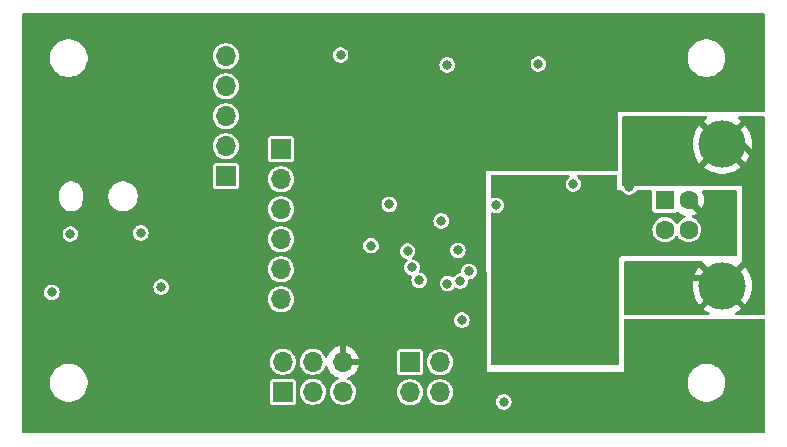
<source format=gbr>
%TF.GenerationSoftware,KiCad,Pcbnew,8.0.1+dfsg-1*%
%TF.CreationDate,2024-04-11T10:46:44+00:00*%
%TF.ProjectId,t1,74312e6b-6963-4616-945f-706362585858,WIP*%
%TF.SameCoordinates,Original*%
%TF.FileFunction,Copper,L2,Inr*%
%TF.FilePolarity,Positive*%
%FSLAX46Y46*%
G04 Gerber Fmt 4.6, Leading zero omitted, Abs format (unit mm)*
G04 Created by KiCad (PCBNEW 8.0.1+dfsg-1) date 2024-04-11 10:46:44*
%MOMM*%
%LPD*%
G01*
G04 APERTURE LIST*
%TA.AperFunction,ComponentPad*%
%ADD10R,1.700000X1.700000*%
%TD*%
%TA.AperFunction,ComponentPad*%
%ADD11O,1.700000X1.700000*%
%TD*%
%TA.AperFunction,ComponentPad*%
%ADD12R,1.600000X1.600000*%
%TD*%
%TA.AperFunction,ComponentPad*%
%ADD13C,1.600000*%
%TD*%
%TA.AperFunction,ComponentPad*%
%ADD14C,4.000000*%
%TD*%
%TA.AperFunction,ViaPad*%
%ADD15C,0.800000*%
%TD*%
%TA.AperFunction,Conductor*%
%ADD16C,0.508000*%
%TD*%
G04 APERTURE END LIST*
D10*
%TO.N,Net-(J3-Pin_1)*%
%TO.C,J3*%
X136300000Y-79500000D03*
D11*
%TO.N,Net-(J3-Pin_2)*%
X136300000Y-76960000D03*
%TO.N,Net-(J3-Pin_3)*%
X136300000Y-74420000D03*
%TO.N,Net-(J3-Pin_4)*%
X136300000Y-71880000D03*
%TO.N,Net-(J3-Pin_5)*%
X136300000Y-69340000D03*
%TD*%
D10*
%TO.N,Net-(J4-Pin_1)*%
%TO.C,J4*%
X151892000Y-95250000D03*
D11*
%TO.N,Net-(J4-Pin_2)*%
X154432000Y-95250000D03*
%TO.N,Net-(J4-Pin_3)*%
X151892000Y-97790000D03*
%TO.N,Net-(J4-Pin_4)*%
X154432000Y-97790000D03*
%TD*%
D10*
%TO.N,/MISO2*%
%TO.C,J5*%
X141122400Y-97764600D03*
D11*
%TO.N,+5V*%
X141122400Y-95224600D03*
%TO.N,/SCK2*%
X143662400Y-97764600D03*
%TO.N,/MOSI2*%
X143662400Y-95224600D03*
%TO.N,/RESET2*%
X146202400Y-97764600D03*
%TO.N,GND*%
X146202400Y-95224600D03*
%TD*%
D10*
%TO.N,Net-(J6-Pin_1)*%
%TO.C,J6*%
X140970000Y-77216000D03*
D11*
%TO.N,Net-(J6-Pin_2)*%
X140970000Y-79756000D03*
%TO.N,Net-(J6-Pin_3)*%
X140970000Y-82296000D03*
%TO.N,Net-(J6-Pin_4)*%
X140970000Y-84836000D03*
%TO.N,Net-(J6-Pin_5)*%
X140970000Y-87376000D03*
%TO.N,Net-(J6-Pin_6)*%
X140970000Y-89916000D03*
%TD*%
D12*
%TO.N,Net-(J2-VBUS)*%
%TO.C,J2*%
X173482000Y-81534000D03*
D13*
%TO.N,Net-(J2-D-)*%
X173482000Y-84034000D03*
%TO.N,Net-(J2-D+)*%
X175482000Y-84034000D03*
%TO.N,Earth*%
X175482000Y-81534000D03*
D14*
%TO.N,Net-(J2-Shield)*%
X178342000Y-76784000D03*
X178342000Y-88784000D03*
%TD*%
D15*
%TO.N,GND*%
X154355800Y-75793600D03*
X123113800Y-73329800D03*
X129108200Y-77952600D03*
X167259000Y-97942400D03*
X155676600Y-83058000D03*
X163830000Y-76758800D03*
X125349000Y-90906600D03*
X130810000Y-95351600D03*
X129082800Y-73380600D03*
X144830800Y-85064600D03*
X123088400Y-78130400D03*
%TO.N,+5V*%
X159842200Y-98602800D03*
X154533600Y-83286600D03*
X146024600Y-69240400D03*
X159181800Y-81965800D03*
X130835400Y-88900000D03*
X129108200Y-84302600D03*
X121564400Y-89331800D03*
X123139200Y-84404200D03*
%TO.N,Net-(U1-XTAL1)*%
X162763200Y-70002400D03*
%TO.N,Net-(U1-PC0{slash}XTAL2)*%
X155041600Y-70078600D03*
%TO.N,Earth*%
X160680400Y-81153000D03*
X166878000Y-88773000D03*
X160553400Y-86233000D03*
X167233600Y-93522800D03*
X165049200Y-90449400D03*
%TO.N,VBUS*%
X165735000Y-80162400D03*
%TO.N,Net-(J2-Shield)*%
X170459400Y-80416400D03*
X172389800Y-88138000D03*
X170561000Y-90678000D03*
%TO.N,Net-(J3-Pin_4)*%
X156895800Y-87553800D03*
%TO.N,Net-(J3-Pin_3)*%
X156159200Y-88392000D03*
%TO.N,Net-(J3-Pin_2)*%
X156286200Y-91694000D03*
%TO.N,Net-(J3-Pin_1)*%
X155067000Y-88595200D03*
%TO.N,Net-(J6-Pin_3)*%
X150139400Y-81889600D03*
%TO.N,Net-(J6-Pin_5)*%
X152069800Y-87223600D03*
%TO.N,Net-(J6-Pin_6)*%
X152679400Y-88315800D03*
%TO.N,Net-(J6-Pin_4)*%
X151689100Y-85852000D03*
%TO.N,Net-(J6-Pin_2)*%
X148595111Y-85389689D03*
%TO.N,Net-(U1-D-)*%
X155956000Y-85775802D03*
%TD*%
D16*
%TO.N,Earth*%
X160553400Y-86233000D02*
X161467800Y-86233000D01*
X160680400Y-85445600D02*
X161467800Y-86233000D01*
X176123600Y-85953600D02*
X169722800Y-85953600D01*
X160680400Y-81153000D02*
X160680400Y-85445600D01*
X167233600Y-89128600D02*
X166878000Y-88773000D01*
X166903400Y-88773000D02*
X166878000Y-88773000D01*
X177088800Y-83140800D02*
X177088800Y-84988400D01*
X166878000Y-88773000D02*
X166725600Y-88773000D01*
X177088800Y-84988400D02*
X176123600Y-85953600D01*
X169722800Y-85953600D02*
X166903400Y-88773000D01*
X167233600Y-93522800D02*
X167233600Y-89128600D01*
X166725600Y-88773000D02*
X165049200Y-90449400D01*
X164338000Y-86233000D02*
X166878000Y-88773000D01*
X175482000Y-81534000D02*
X177088800Y-83140800D01*
X161467800Y-86233000D02*
X164338000Y-86233000D01*
%TO.N,Net-(J2-Shield)*%
X181178200Y-77927200D02*
X181178200Y-85947800D01*
X171653200Y-79222600D02*
X175903400Y-79222600D01*
X172389800Y-88138000D02*
X172389800Y-88849200D01*
X177696000Y-88138000D02*
X178342000Y-88784000D01*
X175903400Y-79222600D02*
X178342000Y-76784000D01*
X181178200Y-85947800D02*
X178342000Y-88784000D01*
X170459400Y-80416400D02*
X171653200Y-79222600D01*
X180035000Y-76784000D02*
X181178200Y-77927200D01*
X178342000Y-76784000D02*
X180035000Y-76784000D01*
X172389800Y-88849200D02*
X170561000Y-90678000D01*
X172389800Y-88138000D02*
X177696000Y-88138000D01*
%TD*%
%TA.AperFunction,Conductor*%
%TO.N,Earth*%
G36*
X165383820Y-79395002D02*
G01*
X165430313Y-79448658D01*
X165440417Y-79518932D01*
X165410923Y-79583512D01*
X165374257Y-79612565D01*
X165361204Y-79619415D01*
X165360469Y-79619802D01*
X165241501Y-79725200D01*
X165151215Y-79856001D01*
X165151212Y-79856007D01*
X165094849Y-80004620D01*
X165075693Y-80162396D01*
X165075693Y-80162403D01*
X165094849Y-80320179D01*
X165143447Y-80448319D01*
X165151213Y-80468795D01*
X165241502Y-80599601D01*
X165360471Y-80704999D01*
X165360472Y-80704999D01*
X165360474Y-80705001D01*
X165381054Y-80715802D01*
X165501207Y-80778863D01*
X165655529Y-80816900D01*
X165655530Y-80816900D01*
X165814470Y-80816900D01*
X165814471Y-80816900D01*
X165968793Y-80778863D01*
X166109529Y-80704999D01*
X166228498Y-80599601D01*
X166318787Y-80468795D01*
X166375149Y-80320182D01*
X166375149Y-80320181D01*
X166375150Y-80320179D01*
X166394307Y-80162403D01*
X166394307Y-80162396D01*
X166375150Y-80004620D01*
X166339996Y-79911929D01*
X166318787Y-79856005D01*
X166228498Y-79725199D01*
X166109529Y-79619801D01*
X166095744Y-79612566D01*
X166044723Y-79563199D01*
X166028491Y-79494083D01*
X166052202Y-79427163D01*
X166108329Y-79383686D01*
X166154301Y-79375000D01*
X169317400Y-79375000D01*
X169385521Y-79395002D01*
X169432014Y-79448658D01*
X169443400Y-79501000D01*
X169443400Y-80695800D01*
X169790850Y-80695800D01*
X169858971Y-80715802D01*
X169894546Y-80750224D01*
X169965900Y-80853599D01*
X169965901Y-80853600D01*
X169965902Y-80853601D01*
X170084871Y-80958999D01*
X170084872Y-80958999D01*
X170084874Y-80959001D01*
X170159600Y-80998220D01*
X170225607Y-81032863D01*
X170379929Y-81070900D01*
X170379930Y-81070900D01*
X170538870Y-81070900D01*
X170538871Y-81070900D01*
X170693193Y-81032863D01*
X170833929Y-80958999D01*
X170952898Y-80853601D01*
X171024254Y-80750223D01*
X171079412Y-80705524D01*
X171127950Y-80695800D01*
X172301500Y-80695800D01*
X172369621Y-80715802D01*
X172416114Y-80769458D01*
X172427500Y-80821800D01*
X172427500Y-82359063D01*
X172427501Y-82359073D01*
X172442265Y-82433300D01*
X172498516Y-82517484D01*
X172582697Y-82573733D01*
X172582699Y-82573734D01*
X172656933Y-82588500D01*
X174307066Y-82588499D01*
X174307069Y-82588498D01*
X174307073Y-82588498D01*
X174327986Y-82584338D01*
X174381301Y-82573734D01*
X174465484Y-82517484D01*
X174465484Y-82517483D01*
X174469548Y-82514768D01*
X174537301Y-82493552D01*
X174605768Y-82512334D01*
X174628646Y-82530437D01*
X174638019Y-82539810D01*
X174638025Y-82539815D01*
X174825501Y-82671087D01*
X175032926Y-82767811D01*
X175032930Y-82767813D01*
X175132662Y-82794536D01*
X175193285Y-82831488D01*
X175224306Y-82895348D01*
X175215878Y-82965843D01*
X175170675Y-83020590D01*
X175136628Y-83036817D01*
X175076510Y-83055053D01*
X175076508Y-83055054D01*
X174893313Y-83152974D01*
X174893313Y-83152975D01*
X174732747Y-83284747D01*
X174600976Y-83445311D01*
X174593122Y-83460006D01*
X174543369Y-83510654D01*
X174474132Y-83526363D01*
X174407393Y-83502146D01*
X174370878Y-83460006D01*
X174363027Y-83445317D01*
X174363024Y-83445313D01*
X174363023Y-83445311D01*
X174231252Y-83284747D01*
X174070686Y-83152975D01*
X174070686Y-83152974D01*
X173887492Y-83055055D01*
X173827369Y-83036817D01*
X173688718Y-82994758D01*
X173688717Y-82994757D01*
X173688711Y-82994756D01*
X173482003Y-82974398D01*
X173481997Y-82974398D01*
X173275288Y-82994756D01*
X173076507Y-83055055D01*
X172893313Y-83152974D01*
X172893313Y-83152975D01*
X172732747Y-83284747D01*
X172600975Y-83445313D01*
X172600974Y-83445313D01*
X172503055Y-83628507D01*
X172442756Y-83827288D01*
X172422398Y-84033996D01*
X172422398Y-84034003D01*
X172442756Y-84240711D01*
X172442757Y-84240717D01*
X172442758Y-84240718D01*
X172452678Y-84273420D01*
X172503055Y-84439492D01*
X172600974Y-84622686D01*
X172732747Y-84783252D01*
X172893313Y-84915024D01*
X172893313Y-84915025D01*
X172893317Y-84915027D01*
X173076508Y-85012945D01*
X173275282Y-85073242D01*
X173275286Y-85073242D01*
X173275288Y-85073243D01*
X173481997Y-85093602D01*
X173482000Y-85093602D01*
X173482003Y-85093602D01*
X173688711Y-85073243D01*
X173688712Y-85073242D01*
X173688718Y-85073242D01*
X173887492Y-85012945D01*
X174070683Y-84915027D01*
X174070684Y-84915025D01*
X174070686Y-84915025D01*
X174070686Y-84915024D01*
X174231252Y-84783252D01*
X174273588Y-84731665D01*
X174363023Y-84622688D01*
X174363023Y-84622687D01*
X174363027Y-84622683D01*
X174370879Y-84607992D01*
X174420629Y-84557347D01*
X174489865Y-84541636D01*
X174556604Y-84565851D01*
X174593120Y-84607992D01*
X174600973Y-84622683D01*
X174600976Y-84622688D01*
X174732747Y-84783252D01*
X174893313Y-84915024D01*
X174893313Y-84915025D01*
X174893317Y-84915027D01*
X175076508Y-85012945D01*
X175275282Y-85073242D01*
X175275286Y-85073242D01*
X175275288Y-85073243D01*
X175481997Y-85093602D01*
X175482000Y-85093602D01*
X175482003Y-85093602D01*
X175688711Y-85073243D01*
X175688712Y-85073242D01*
X175688718Y-85073242D01*
X175887492Y-85012945D01*
X176070683Y-84915027D01*
X176070684Y-84915025D01*
X176070686Y-84915025D01*
X176070686Y-84915024D01*
X176231252Y-84783252D01*
X176363027Y-84622683D01*
X176460945Y-84439492D01*
X176521242Y-84240718D01*
X176529312Y-84158788D01*
X176541602Y-84034003D01*
X176541602Y-84033996D01*
X176521243Y-83827288D01*
X176521242Y-83827286D01*
X176521242Y-83827282D01*
X176460945Y-83628508D01*
X176377029Y-83471513D01*
X176363025Y-83445313D01*
X176231252Y-83284747D01*
X176070686Y-83152975D01*
X176070686Y-83152974D01*
X175887491Y-83055054D01*
X175887486Y-83055052D01*
X175827372Y-83036817D01*
X175767991Y-82997902D01*
X175739075Y-82933061D01*
X175749806Y-82862880D01*
X175796776Y-82809641D01*
X175831337Y-82794536D01*
X175931069Y-82767813D01*
X175931073Y-82767811D01*
X176138497Y-82671088D01*
X176209888Y-82621099D01*
X176209888Y-82621097D01*
X175586536Y-81997745D01*
X175665343Y-81976630D01*
X175773657Y-81914095D01*
X175862095Y-81825657D01*
X175924630Y-81717343D01*
X175945745Y-81638536D01*
X176569097Y-82261888D01*
X176569099Y-82261888D01*
X176619088Y-82190497D01*
X176715811Y-81983073D01*
X176715813Y-81983068D01*
X176775048Y-81762002D01*
X176794995Y-81534000D01*
X176775048Y-81305997D01*
X176715813Y-81084931D01*
X176715811Y-81084925D01*
X176617945Y-80875050D01*
X176607284Y-80804858D01*
X176636264Y-80740046D01*
X176695684Y-80701189D01*
X176732140Y-80695800D01*
X179477400Y-80695800D01*
X179545521Y-80715802D01*
X179592014Y-80769458D01*
X179603400Y-80821800D01*
X179603400Y-86157800D01*
X179583398Y-86225921D01*
X179529742Y-86272414D01*
X179477400Y-86283800D01*
X169621200Y-86283800D01*
X169621200Y-95378000D01*
X169601198Y-95446121D01*
X169547542Y-95492614D01*
X169495200Y-95504000D01*
X158850600Y-95504000D01*
X158782479Y-95483998D01*
X158735986Y-95430342D01*
X158724600Y-95378000D01*
X158724600Y-82673439D01*
X158744602Y-82605318D01*
X158798258Y-82558825D01*
X158868532Y-82548721D01*
X158909153Y-82561871D01*
X158948007Y-82582263D01*
X159102329Y-82620300D01*
X159102330Y-82620300D01*
X159261270Y-82620300D01*
X159261271Y-82620300D01*
X159415593Y-82582263D01*
X159556329Y-82508399D01*
X159675298Y-82403001D01*
X159765587Y-82272195D01*
X159821949Y-82123582D01*
X159821949Y-82123581D01*
X159821950Y-82123579D01*
X159841107Y-81965803D01*
X159841107Y-81965796D01*
X159821950Y-81808020D01*
X159782760Y-81704687D01*
X159765587Y-81659405D01*
X159675298Y-81528599D01*
X159556329Y-81423201D01*
X159556328Y-81423200D01*
X159556325Y-81423198D01*
X159415597Y-81349339D01*
X159415595Y-81349338D01*
X159415593Y-81349337D01*
X159415591Y-81349336D01*
X159415590Y-81349336D01*
X159261272Y-81311300D01*
X159261271Y-81311300D01*
X159102329Y-81311300D01*
X159102327Y-81311300D01*
X158948009Y-81349336D01*
X158948004Y-81349338D01*
X158909154Y-81369728D01*
X158839540Y-81383674D01*
X158773438Y-81357769D01*
X158731834Y-81300240D01*
X158724600Y-81258160D01*
X158724600Y-79501000D01*
X158744602Y-79432879D01*
X158798258Y-79386386D01*
X158850600Y-79375000D01*
X165315699Y-79375000D01*
X165383820Y-79395002D01*
G37*
%TD.AperFunction*%
%TD*%
%TA.AperFunction,Conductor*%
%TO.N,GND*%
G36*
X181916621Y-65745502D02*
G01*
X181963114Y-65799158D01*
X181974500Y-65851500D01*
X181974500Y-73915000D01*
X181954498Y-73983121D01*
X181900842Y-74029614D01*
X181848500Y-74041000D01*
X169545000Y-74041000D01*
X169545000Y-78918800D01*
X169524998Y-78986921D01*
X169471342Y-79033414D01*
X169419000Y-79044800D01*
X158343600Y-79044800D01*
X158407790Y-96088199D01*
X158407791Y-96088200D01*
X170014208Y-96088200D01*
X170014209Y-96088200D01*
X170003699Y-92131199D01*
X170002536Y-91693335D01*
X170022358Y-91625161D01*
X170075889Y-91578526D01*
X170128536Y-91567000D01*
X181848500Y-91567000D01*
X181916621Y-91587002D01*
X181963114Y-91640658D01*
X181974500Y-91693000D01*
X181974500Y-101148500D01*
X181954498Y-101216621D01*
X181900842Y-101263114D01*
X181848500Y-101274500D01*
X119175590Y-101274500D01*
X119107469Y-101254498D01*
X119060976Y-101200842D01*
X119049590Y-101148683D01*
X119046008Y-98639663D01*
X140017900Y-98639663D01*
X140017901Y-98639673D01*
X140032665Y-98713900D01*
X140088916Y-98798084D01*
X140173097Y-98854333D01*
X140173099Y-98854334D01*
X140247333Y-98869100D01*
X141997466Y-98869099D01*
X141997469Y-98869098D01*
X141997473Y-98869098D01*
X142058870Y-98856886D01*
X142071701Y-98854334D01*
X142155884Y-98798084D01*
X142212134Y-98713901D01*
X142226900Y-98639667D01*
X142226900Y-97764604D01*
X142553168Y-97764604D01*
X142572054Y-97968419D01*
X142598169Y-98060202D01*
X142628072Y-98165301D01*
X142719312Y-98348535D01*
X142719313Y-98348536D01*
X142842666Y-98511884D01*
X142993936Y-98649785D01*
X143167966Y-98757540D01*
X143167968Y-98757540D01*
X143167973Y-98757544D01*
X143358844Y-98831488D01*
X143560053Y-98869100D01*
X143560055Y-98869100D01*
X143764745Y-98869100D01*
X143764747Y-98869100D01*
X143965956Y-98831488D01*
X144156827Y-98757544D01*
X144330862Y-98649786D01*
X144482132Y-98511885D01*
X144605488Y-98348535D01*
X144696728Y-98165301D01*
X144752745Y-97968421D01*
X144769278Y-97790004D01*
X144771632Y-97764604D01*
X144771632Y-97764595D01*
X144752745Y-97560780D01*
X144703955Y-97389301D01*
X144696728Y-97363899D01*
X144605488Y-97180665D01*
X144564175Y-97125958D01*
X144482133Y-97017315D01*
X144330863Y-96879414D01*
X144156833Y-96771659D01*
X144156828Y-96771657D01*
X144156827Y-96771656D01*
X144071970Y-96738782D01*
X143965959Y-96697713D01*
X143965960Y-96697713D01*
X143965957Y-96697712D01*
X143965956Y-96697712D01*
X143764747Y-96660100D01*
X143560053Y-96660100D01*
X143358844Y-96697712D01*
X143358839Y-96697713D01*
X143167977Y-96771654D01*
X143167966Y-96771659D01*
X142993936Y-96879414D01*
X142842666Y-97017315D01*
X142719313Y-97180663D01*
X142628071Y-97363901D01*
X142572054Y-97560780D01*
X142553168Y-97764595D01*
X142553168Y-97764604D01*
X142226900Y-97764604D01*
X142226899Y-96889534D01*
X142226898Y-96889530D01*
X142226898Y-96889526D01*
X142212134Y-96815299D01*
X142182972Y-96771656D01*
X142155884Y-96731116D01*
X142143907Y-96723113D01*
X142071702Y-96674866D01*
X141997467Y-96660100D01*
X140247336Y-96660100D01*
X140247326Y-96660101D01*
X140173099Y-96674865D01*
X140088915Y-96731116D01*
X140032666Y-96815297D01*
X140017900Y-96889530D01*
X140017900Y-98639663D01*
X119046008Y-98639663D01*
X119043847Y-97125962D01*
X121399500Y-97125962D01*
X121437186Y-97363899D01*
X121438911Y-97374790D01*
X121516757Y-97614374D01*
X121516759Y-97614379D01*
X121631130Y-97838845D01*
X121779207Y-98042656D01*
X121779209Y-98042658D01*
X121779211Y-98042661D01*
X121957338Y-98220788D01*
X121957341Y-98220790D01*
X121957344Y-98220793D01*
X122161155Y-98368870D01*
X122385621Y-98483241D01*
X122625215Y-98561090D01*
X122874038Y-98600500D01*
X122874041Y-98600500D01*
X123125959Y-98600500D01*
X123125962Y-98600500D01*
X123374785Y-98561090D01*
X123614379Y-98483241D01*
X123838845Y-98368870D01*
X124042656Y-98220793D01*
X124220793Y-98042656D01*
X124368870Y-97838845D01*
X124483241Y-97614379D01*
X124561090Y-97374785D01*
X124600500Y-97125962D01*
X124600500Y-96874038D01*
X124561090Y-96625215D01*
X124483241Y-96385621D01*
X124368870Y-96161155D01*
X124220793Y-95957344D01*
X124220790Y-95957341D01*
X124220788Y-95957338D01*
X124042661Y-95779211D01*
X124042658Y-95779209D01*
X124042656Y-95779207D01*
X123881033Y-95661781D01*
X123838848Y-95631132D01*
X123838847Y-95631131D01*
X123838845Y-95631130D01*
X123614379Y-95516759D01*
X123614376Y-95516758D01*
X123614374Y-95516757D01*
X123374790Y-95438911D01*
X123374786Y-95438910D01*
X123374785Y-95438910D01*
X123125962Y-95399500D01*
X122874038Y-95399500D01*
X122625215Y-95438910D01*
X122625209Y-95438911D01*
X122385625Y-95516757D01*
X122385619Y-95516760D01*
X122161151Y-95631132D01*
X121957341Y-95779209D01*
X121957338Y-95779211D01*
X121779211Y-95957338D01*
X121779209Y-95957341D01*
X121631132Y-96161151D01*
X121516760Y-96385619D01*
X121516757Y-96385625D01*
X121438911Y-96625209D01*
X121438910Y-96625214D01*
X121438910Y-96625215D01*
X121399500Y-96874038D01*
X121399500Y-97125962D01*
X119043847Y-97125962D01*
X119041133Y-95224604D01*
X140013168Y-95224604D01*
X140032054Y-95428419D01*
X140081447Y-95602018D01*
X140088072Y-95625301D01*
X140179312Y-95808535D01*
X140179313Y-95808536D01*
X140302666Y-95971884D01*
X140453936Y-96109785D01*
X140627966Y-96217540D01*
X140627968Y-96217540D01*
X140627973Y-96217544D01*
X140818844Y-96291488D01*
X141020053Y-96329100D01*
X141020055Y-96329100D01*
X141224745Y-96329100D01*
X141224747Y-96329100D01*
X141425956Y-96291488D01*
X141616827Y-96217544D01*
X141790862Y-96109786D01*
X141942132Y-95971885D01*
X142065488Y-95808535D01*
X142156728Y-95625301D01*
X142212745Y-95428421D01*
X142229278Y-95250004D01*
X142231632Y-95224604D01*
X142553168Y-95224604D01*
X142572054Y-95428419D01*
X142621447Y-95602018D01*
X142628072Y-95625301D01*
X142719312Y-95808535D01*
X142719313Y-95808536D01*
X142842666Y-95971884D01*
X142993936Y-96109785D01*
X143167966Y-96217540D01*
X143167968Y-96217540D01*
X143167973Y-96217544D01*
X143358844Y-96291488D01*
X143560053Y-96329100D01*
X143560055Y-96329100D01*
X143764745Y-96329100D01*
X143764747Y-96329100D01*
X143965956Y-96291488D01*
X144156827Y-96217544D01*
X144330862Y-96109786D01*
X144482132Y-95971885D01*
X144493118Y-95957338D01*
X144523250Y-95917435D01*
X144605488Y-95808535D01*
X144682398Y-95654078D01*
X144730665Y-95602018D01*
X144799419Y-95584315D01*
X144866830Y-95606594D01*
X144911494Y-95661781D01*
X144912963Y-95665652D01*
X145003980Y-95873148D01*
X145127074Y-96061558D01*
X145279497Y-96227134D01*
X145457098Y-96365367D01*
X145457099Y-96365368D01*
X145655028Y-96472482D01*
X145655034Y-96472484D01*
X145766203Y-96510648D01*
X145824139Y-96551684D01*
X145850691Y-96617529D01*
X145837430Y-96687276D01*
X145788566Y-96738782D01*
X145770810Y-96747312D01*
X145707974Y-96771655D01*
X145707966Y-96771659D01*
X145533936Y-96879414D01*
X145382666Y-97017315D01*
X145259313Y-97180663D01*
X145168071Y-97363901D01*
X145112054Y-97560780D01*
X145093168Y-97764595D01*
X145093168Y-97764604D01*
X145112054Y-97968419D01*
X145138169Y-98060202D01*
X145168072Y-98165301D01*
X145259312Y-98348535D01*
X145259313Y-98348536D01*
X145382666Y-98511884D01*
X145533936Y-98649785D01*
X145707966Y-98757540D01*
X145707968Y-98757540D01*
X145707973Y-98757544D01*
X145898844Y-98831488D01*
X146100053Y-98869100D01*
X146100055Y-98869100D01*
X146304745Y-98869100D01*
X146304747Y-98869100D01*
X146505956Y-98831488D01*
X146696827Y-98757544D01*
X146870862Y-98649786D01*
X147022132Y-98511885D01*
X147145488Y-98348535D01*
X147236728Y-98165301D01*
X147292745Y-97968421D01*
X147309278Y-97790004D01*
X150782768Y-97790004D01*
X150801654Y-97993819D01*
X150820542Y-98060202D01*
X150857672Y-98190701D01*
X150948912Y-98373935D01*
X150948913Y-98373936D01*
X151072266Y-98537284D01*
X151223536Y-98675185D01*
X151397566Y-98782940D01*
X151397568Y-98782940D01*
X151397573Y-98782944D01*
X151588444Y-98856888D01*
X151789653Y-98894500D01*
X151789655Y-98894500D01*
X151994345Y-98894500D01*
X151994347Y-98894500D01*
X152195556Y-98856888D01*
X152386427Y-98782944D01*
X152560462Y-98675186D01*
X152711732Y-98537285D01*
X152835088Y-98373935D01*
X152926328Y-98190701D01*
X152982345Y-97993821D01*
X153001232Y-97790004D01*
X153322768Y-97790004D01*
X153341654Y-97993819D01*
X153360542Y-98060202D01*
X153397672Y-98190701D01*
X153488912Y-98373935D01*
X153488913Y-98373936D01*
X153612266Y-98537284D01*
X153763536Y-98675185D01*
X153937566Y-98782940D01*
X153937568Y-98782940D01*
X153937573Y-98782944D01*
X154128444Y-98856888D01*
X154329653Y-98894500D01*
X154329655Y-98894500D01*
X154534345Y-98894500D01*
X154534347Y-98894500D01*
X154735556Y-98856888D01*
X154926427Y-98782944D01*
X155100462Y-98675186D01*
X155179862Y-98602803D01*
X159182893Y-98602803D01*
X159202049Y-98760579D01*
X159238575Y-98856888D01*
X159258413Y-98909195D01*
X159348702Y-99040001D01*
X159467671Y-99145399D01*
X159467672Y-99145399D01*
X159467674Y-99145401D01*
X159542400Y-99184620D01*
X159608407Y-99219263D01*
X159762729Y-99257300D01*
X159762730Y-99257300D01*
X159921670Y-99257300D01*
X159921671Y-99257300D01*
X160075993Y-99219263D01*
X160216729Y-99145399D01*
X160335698Y-99040001D01*
X160425987Y-98909195D01*
X160482349Y-98760582D01*
X160482349Y-98760581D01*
X160482350Y-98760579D01*
X160501507Y-98602803D01*
X160501507Y-98602796D01*
X160482350Y-98445020D01*
X160455391Y-98373936D01*
X160425987Y-98296405D01*
X160335698Y-98165599D01*
X160216729Y-98060201D01*
X160216728Y-98060200D01*
X160216725Y-98060198D01*
X160075997Y-97986339D01*
X160075995Y-97986338D01*
X160075993Y-97986337D01*
X160075991Y-97986336D01*
X160075990Y-97986336D01*
X159921672Y-97948300D01*
X159921671Y-97948300D01*
X159762729Y-97948300D01*
X159762727Y-97948300D01*
X159608409Y-97986336D01*
X159608402Y-97986339D01*
X159467674Y-98060198D01*
X159467669Y-98060202D01*
X159348701Y-98165600D01*
X159258415Y-98296401D01*
X159258412Y-98296407D01*
X159202049Y-98445020D01*
X159182893Y-98602796D01*
X159182893Y-98602803D01*
X155179862Y-98602803D01*
X155251732Y-98537285D01*
X155375088Y-98373935D01*
X155466328Y-98190701D01*
X155522345Y-97993821D01*
X155541232Y-97790000D01*
X155538878Y-97764600D01*
X155522345Y-97586180D01*
X155515118Y-97560779D01*
X155466328Y-97389299D01*
X155375088Y-97206065D01*
X155314597Y-97125962D01*
X175399500Y-97125962D01*
X175437186Y-97363899D01*
X175438911Y-97374790D01*
X175516757Y-97614374D01*
X175516759Y-97614379D01*
X175631130Y-97838845D01*
X175779207Y-98042656D01*
X175779209Y-98042658D01*
X175779211Y-98042661D01*
X175957338Y-98220788D01*
X175957341Y-98220790D01*
X175957344Y-98220793D01*
X176161155Y-98368870D01*
X176385621Y-98483241D01*
X176625215Y-98561090D01*
X176874038Y-98600500D01*
X176874041Y-98600500D01*
X177125959Y-98600500D01*
X177125962Y-98600500D01*
X177374785Y-98561090D01*
X177614379Y-98483241D01*
X177838845Y-98368870D01*
X178042656Y-98220793D01*
X178220793Y-98042656D01*
X178368870Y-97838845D01*
X178483241Y-97614379D01*
X178561090Y-97374785D01*
X178600500Y-97125962D01*
X178600500Y-96874038D01*
X178561090Y-96625215D01*
X178483241Y-96385621D01*
X178368870Y-96161155D01*
X178220793Y-95957344D01*
X178220790Y-95957341D01*
X178220788Y-95957338D01*
X178042661Y-95779211D01*
X178042658Y-95779209D01*
X178042656Y-95779207D01*
X177881033Y-95661781D01*
X177838848Y-95631132D01*
X177838847Y-95631131D01*
X177838845Y-95631130D01*
X177614379Y-95516759D01*
X177614376Y-95516758D01*
X177614374Y-95516757D01*
X177374790Y-95438911D01*
X177374786Y-95438910D01*
X177374785Y-95438910D01*
X177125962Y-95399500D01*
X176874038Y-95399500D01*
X176625215Y-95438910D01*
X176625209Y-95438911D01*
X176385625Y-95516757D01*
X176385619Y-95516760D01*
X176161151Y-95631132D01*
X175957341Y-95779209D01*
X175957338Y-95779211D01*
X175779211Y-95957338D01*
X175779209Y-95957341D01*
X175631132Y-96161151D01*
X175516760Y-96385619D01*
X175516757Y-96385625D01*
X175438911Y-96625209D01*
X175438910Y-96625214D01*
X175438910Y-96625215D01*
X175399500Y-96874038D01*
X175399500Y-97125962D01*
X155314597Y-97125962D01*
X155314594Y-97125958D01*
X155251733Y-97042715D01*
X155100463Y-96904814D01*
X154926433Y-96797059D01*
X154926428Y-96797057D01*
X154926427Y-96797056D01*
X154860857Y-96771654D01*
X154735559Y-96723113D01*
X154735560Y-96723113D01*
X154735557Y-96723112D01*
X154735556Y-96723112D01*
X154534347Y-96685500D01*
X154329653Y-96685500D01*
X154128444Y-96723112D01*
X154128439Y-96723113D01*
X153937577Y-96797054D01*
X153937566Y-96797059D01*
X153763536Y-96904814D01*
X153612266Y-97042715D01*
X153488913Y-97206063D01*
X153397671Y-97389301D01*
X153341654Y-97586180D01*
X153322768Y-97789995D01*
X153322768Y-97790004D01*
X153001232Y-97790004D01*
X153001232Y-97790000D01*
X152998878Y-97764600D01*
X152982345Y-97586180D01*
X152975118Y-97560779D01*
X152926328Y-97389299D01*
X152835088Y-97206065D01*
X152774594Y-97125958D01*
X152711733Y-97042715D01*
X152560463Y-96904814D01*
X152386433Y-96797059D01*
X152386428Y-96797057D01*
X152386427Y-96797056D01*
X152320857Y-96771654D01*
X152195559Y-96723113D01*
X152195560Y-96723113D01*
X152195557Y-96723112D01*
X152195556Y-96723112D01*
X151994347Y-96685500D01*
X151789653Y-96685500D01*
X151588444Y-96723112D01*
X151588439Y-96723113D01*
X151397577Y-96797054D01*
X151397566Y-96797059D01*
X151223536Y-96904814D01*
X151072266Y-97042715D01*
X150948913Y-97206063D01*
X150857671Y-97389301D01*
X150801654Y-97586180D01*
X150782768Y-97789995D01*
X150782768Y-97790004D01*
X147309278Y-97790004D01*
X147311632Y-97764604D01*
X147311632Y-97764595D01*
X147292745Y-97560780D01*
X147243955Y-97389301D01*
X147236728Y-97363899D01*
X147145488Y-97180665D01*
X147104175Y-97125958D01*
X147022133Y-97017315D01*
X146870863Y-96879414D01*
X146696833Y-96771659D01*
X146696825Y-96771655D01*
X146633989Y-96747312D01*
X146577695Y-96704052D01*
X146553725Y-96637224D01*
X146569690Y-96568046D01*
X146620521Y-96518481D01*
X146638596Y-96510648D01*
X146749765Y-96472484D01*
X146749771Y-96472482D01*
X146947700Y-96365368D01*
X146947701Y-96365367D01*
X147125302Y-96227134D01*
X147219265Y-96125063D01*
X150787500Y-96125063D01*
X150787501Y-96125073D01*
X150802265Y-96199300D01*
X150858516Y-96283484D01*
X150942697Y-96339733D01*
X150942699Y-96339734D01*
X151016933Y-96354500D01*
X152767066Y-96354499D01*
X152767069Y-96354498D01*
X152767073Y-96354498D01*
X152816326Y-96344701D01*
X152841301Y-96339734D01*
X152925484Y-96283484D01*
X152981734Y-96199301D01*
X152996500Y-96125067D01*
X152996500Y-95250004D01*
X153322768Y-95250004D01*
X153341654Y-95453819D01*
X153392104Y-95631132D01*
X153397672Y-95650701D01*
X153488912Y-95833935D01*
X153488913Y-95833936D01*
X153612266Y-95997284D01*
X153763536Y-96135185D01*
X153937566Y-96242940D01*
X153937568Y-96242940D01*
X153937573Y-96242944D01*
X154128444Y-96316888D01*
X154329653Y-96354500D01*
X154329655Y-96354500D01*
X154534345Y-96354500D01*
X154534347Y-96354500D01*
X154735556Y-96316888D01*
X154926427Y-96242944D01*
X155100462Y-96135186D01*
X155251732Y-95997285D01*
X155375088Y-95833935D01*
X155466328Y-95650701D01*
X155522345Y-95453821D01*
X155541232Y-95250000D01*
X155538878Y-95224600D01*
X155522345Y-95046180D01*
X155500841Y-94970600D01*
X155466328Y-94849299D01*
X155375088Y-94666065D01*
X155307113Y-94576051D01*
X155251733Y-94502715D01*
X155100463Y-94364814D01*
X154926433Y-94257059D01*
X154926428Y-94257057D01*
X154926427Y-94257056D01*
X154836105Y-94222065D01*
X154735559Y-94183113D01*
X154735560Y-94183113D01*
X154735557Y-94183112D01*
X154735556Y-94183112D01*
X154534347Y-94145500D01*
X154329653Y-94145500D01*
X154159536Y-94177300D01*
X154128439Y-94183113D01*
X153937577Y-94257054D01*
X153937566Y-94257059D01*
X153763536Y-94364814D01*
X153612266Y-94502715D01*
X153488913Y-94666063D01*
X153397671Y-94849301D01*
X153341654Y-95046180D01*
X153322768Y-95249995D01*
X153322768Y-95250004D01*
X152996500Y-95250004D01*
X152996499Y-94374934D01*
X152996498Y-94374930D01*
X152996498Y-94374926D01*
X152981734Y-94300699D01*
X152935599Y-94231654D01*
X152925484Y-94216516D01*
X152875494Y-94183113D01*
X152841302Y-94160266D01*
X152767067Y-94145500D01*
X151016936Y-94145500D01*
X151016926Y-94145501D01*
X150942699Y-94160265D01*
X150858515Y-94216516D01*
X150802266Y-94300697D01*
X150787500Y-94374930D01*
X150787500Y-96125063D01*
X147219265Y-96125063D01*
X147277725Y-96061558D01*
X147400819Y-95873148D01*
X147491220Y-95667056D01*
X147491223Y-95667049D01*
X147538944Y-95478600D01*
X146633103Y-95478600D01*
X146668325Y-95417593D01*
X146702400Y-95290426D01*
X146702400Y-95158774D01*
X146668325Y-95031607D01*
X146633103Y-94970600D01*
X147538944Y-94970600D01*
X147538944Y-94970599D01*
X147491223Y-94782150D01*
X147491220Y-94782143D01*
X147400819Y-94576051D01*
X147277725Y-94387641D01*
X147125302Y-94222065D01*
X146947701Y-94083832D01*
X146947700Y-94083831D01*
X146749771Y-93976717D01*
X146749769Y-93976716D01*
X146536912Y-93903643D01*
X146536901Y-93903640D01*
X146456400Y-93890206D01*
X146456400Y-94793897D01*
X146395393Y-94758675D01*
X146268226Y-94724600D01*
X146136574Y-94724600D01*
X146009407Y-94758675D01*
X145948400Y-94793897D01*
X145948400Y-93890207D01*
X145948399Y-93890206D01*
X145867898Y-93903640D01*
X145867887Y-93903643D01*
X145655030Y-93976716D01*
X145655028Y-93976717D01*
X145457099Y-94083831D01*
X145457098Y-94083832D01*
X145279497Y-94222065D01*
X145127074Y-94387641D01*
X145003980Y-94576051D01*
X144911484Y-94786920D01*
X144909872Y-94786212D01*
X144873303Y-94837818D01*
X144807453Y-94864357D01*
X144737709Y-94851081D01*
X144686213Y-94802206D01*
X144682405Y-94795135D01*
X144605488Y-94640665D01*
X144556694Y-94576051D01*
X144482133Y-94477315D01*
X144330863Y-94339414D01*
X144156833Y-94231659D01*
X144156828Y-94231657D01*
X144156827Y-94231656D01*
X144117744Y-94216515D01*
X143965959Y-94157713D01*
X143965960Y-94157713D01*
X143965957Y-94157712D01*
X143965956Y-94157712D01*
X143764747Y-94120100D01*
X143560053Y-94120100D01*
X143358844Y-94157712D01*
X143358839Y-94157713D01*
X143167977Y-94231654D01*
X143167966Y-94231659D01*
X142993936Y-94339414D01*
X142842666Y-94477315D01*
X142719313Y-94640663D01*
X142628071Y-94823901D01*
X142572054Y-95020780D01*
X142553168Y-95224595D01*
X142553168Y-95224604D01*
X142231632Y-95224604D01*
X142231632Y-95224595D01*
X142212745Y-95020780D01*
X142198468Y-94970600D01*
X142156728Y-94823899D01*
X142065488Y-94640665D01*
X142016694Y-94576051D01*
X141942133Y-94477315D01*
X141790863Y-94339414D01*
X141616833Y-94231659D01*
X141616828Y-94231657D01*
X141616827Y-94231656D01*
X141577744Y-94216515D01*
X141425959Y-94157713D01*
X141425960Y-94157713D01*
X141425957Y-94157712D01*
X141425956Y-94157712D01*
X141224747Y-94120100D01*
X141020053Y-94120100D01*
X140818844Y-94157712D01*
X140818839Y-94157713D01*
X140627977Y-94231654D01*
X140627966Y-94231659D01*
X140453936Y-94339414D01*
X140302666Y-94477315D01*
X140179313Y-94640663D01*
X140088071Y-94823901D01*
X140032054Y-95020780D01*
X140013168Y-95224595D01*
X140013168Y-95224604D01*
X119041133Y-95224604D01*
X119036093Y-91694003D01*
X155626893Y-91694003D01*
X155646049Y-91851779D01*
X155694647Y-91979919D01*
X155702413Y-92000395D01*
X155792702Y-92131201D01*
X155911671Y-92236599D01*
X155911672Y-92236599D01*
X155911674Y-92236601D01*
X155986400Y-92275820D01*
X156052407Y-92310463D01*
X156206729Y-92348500D01*
X156206730Y-92348500D01*
X156365670Y-92348500D01*
X156365671Y-92348500D01*
X156519993Y-92310463D01*
X156660729Y-92236599D01*
X156779698Y-92131201D01*
X156869987Y-92000395D01*
X156926349Y-91851782D01*
X156926349Y-91851781D01*
X156926350Y-91851779D01*
X156945507Y-91694003D01*
X156945507Y-91693996D01*
X156926350Y-91536220D01*
X156909271Y-91491187D01*
X156869987Y-91387605D01*
X156779698Y-91256799D01*
X156660729Y-91151401D01*
X156660728Y-91151400D01*
X156660725Y-91151398D01*
X156519997Y-91077539D01*
X156519995Y-91077538D01*
X156519993Y-91077537D01*
X156519991Y-91077536D01*
X156519990Y-91077536D01*
X156365672Y-91039500D01*
X156365671Y-91039500D01*
X156206729Y-91039500D01*
X156206727Y-91039500D01*
X156052409Y-91077536D01*
X156052402Y-91077539D01*
X155911674Y-91151398D01*
X155911669Y-91151402D01*
X155792701Y-91256800D01*
X155702415Y-91387601D01*
X155702412Y-91387607D01*
X155646049Y-91536220D01*
X155626893Y-91693996D01*
X155626893Y-91694003D01*
X119036093Y-91694003D01*
X119032721Y-89331803D01*
X120905093Y-89331803D01*
X120924249Y-89489579D01*
X120948871Y-89554499D01*
X120980613Y-89638195D01*
X121070902Y-89769001D01*
X121189871Y-89874399D01*
X121189872Y-89874399D01*
X121189874Y-89874401D01*
X121251608Y-89906801D01*
X121330607Y-89948263D01*
X121484929Y-89986300D01*
X121484930Y-89986300D01*
X121643870Y-89986300D01*
X121643871Y-89986300D01*
X121798193Y-89948263D01*
X121859657Y-89916004D01*
X139860768Y-89916004D01*
X139879654Y-90119819D01*
X139879655Y-90119821D01*
X139935672Y-90316701D01*
X140026912Y-90499935D01*
X140026913Y-90499936D01*
X140150266Y-90663284D01*
X140301536Y-90801185D01*
X140475566Y-90908940D01*
X140475568Y-90908940D01*
X140475573Y-90908944D01*
X140666444Y-90982888D01*
X140867653Y-91020500D01*
X140867655Y-91020500D01*
X141072345Y-91020500D01*
X141072347Y-91020500D01*
X141273556Y-90982888D01*
X141464427Y-90908944D01*
X141638462Y-90801186D01*
X141789732Y-90663285D01*
X141913088Y-90499935D01*
X142004328Y-90316701D01*
X142060345Y-90119821D01*
X142072718Y-89986299D01*
X142079232Y-89916004D01*
X142079232Y-89915995D01*
X142060345Y-89712180D01*
X142060345Y-89712179D01*
X142004328Y-89515299D01*
X141913088Y-89332065D01*
X141818187Y-89206395D01*
X141789733Y-89168715D01*
X141638463Y-89030814D01*
X141464433Y-88923059D01*
X141464428Y-88923057D01*
X141464427Y-88923056D01*
X141409022Y-88901592D01*
X141273559Y-88849113D01*
X141273560Y-88849113D01*
X141273557Y-88849112D01*
X141273556Y-88849112D01*
X141072347Y-88811500D01*
X140867653Y-88811500D01*
X140666444Y-88849112D01*
X140666439Y-88849113D01*
X140475577Y-88923054D01*
X140475566Y-88923059D01*
X140301536Y-89030814D01*
X140150266Y-89168715D01*
X140026913Y-89332063D01*
X139935671Y-89515301D01*
X139879654Y-89712180D01*
X139860768Y-89915995D01*
X139860768Y-89916004D01*
X121859657Y-89916004D01*
X121938929Y-89874399D01*
X122057898Y-89769001D01*
X122148187Y-89638195D01*
X122204549Y-89489582D01*
X122204549Y-89489581D01*
X122204550Y-89489579D01*
X122223707Y-89331803D01*
X122223707Y-89331796D01*
X122204550Y-89174020D01*
X122190812Y-89137797D01*
X122148187Y-89025405D01*
X122061628Y-88900003D01*
X130176093Y-88900003D01*
X130195249Y-89057779D01*
X130225598Y-89137801D01*
X130251613Y-89206395D01*
X130341902Y-89337201D01*
X130460871Y-89442599D01*
X130460872Y-89442599D01*
X130460874Y-89442601D01*
X130535600Y-89481820D01*
X130601607Y-89516463D01*
X130755929Y-89554500D01*
X130755930Y-89554500D01*
X130914870Y-89554500D01*
X130914871Y-89554500D01*
X131069193Y-89516463D01*
X131209929Y-89442599D01*
X131328898Y-89337201D01*
X131419187Y-89206395D01*
X131475549Y-89057782D01*
X131475549Y-89057781D01*
X131475550Y-89057779D01*
X131494707Y-88900003D01*
X131494707Y-88899996D01*
X131475550Y-88742220D01*
X131458324Y-88696800D01*
X131419187Y-88593605D01*
X131328898Y-88462799D01*
X131209929Y-88357401D01*
X131209928Y-88357400D01*
X131209925Y-88357398D01*
X131069197Y-88283539D01*
X131069195Y-88283538D01*
X131069193Y-88283537D01*
X131069191Y-88283536D01*
X131069190Y-88283536D01*
X130914872Y-88245500D01*
X130914871Y-88245500D01*
X130755929Y-88245500D01*
X130755927Y-88245500D01*
X130601609Y-88283536D01*
X130601602Y-88283539D01*
X130460874Y-88357398D01*
X130460869Y-88357402D01*
X130341901Y-88462800D01*
X130251615Y-88593601D01*
X130251612Y-88593607D01*
X130195249Y-88742220D01*
X130176093Y-88899996D01*
X130176093Y-88900003D01*
X122061628Y-88900003D01*
X122057898Y-88894599D01*
X121938929Y-88789201D01*
X121938928Y-88789200D01*
X121938925Y-88789198D01*
X121798197Y-88715339D01*
X121798195Y-88715338D01*
X121798193Y-88715337D01*
X121798191Y-88715336D01*
X121798190Y-88715336D01*
X121643872Y-88677300D01*
X121643871Y-88677300D01*
X121484929Y-88677300D01*
X121484927Y-88677300D01*
X121330609Y-88715336D01*
X121330602Y-88715339D01*
X121189874Y-88789198D01*
X121189869Y-88789202D01*
X121070901Y-88894600D01*
X120980615Y-89025401D01*
X120980612Y-89025407D01*
X120924249Y-89174020D01*
X120905093Y-89331796D01*
X120905093Y-89331803D01*
X119032721Y-89331803D01*
X119029929Y-87376004D01*
X139860768Y-87376004D01*
X139879654Y-87579819D01*
X139935341Y-87775537D01*
X139935672Y-87776701D01*
X140026912Y-87959935D01*
X140026913Y-87959936D01*
X140150266Y-88123284D01*
X140301536Y-88261185D01*
X140475566Y-88368940D01*
X140475568Y-88368940D01*
X140475573Y-88368944D01*
X140666444Y-88442888D01*
X140867653Y-88480500D01*
X140867655Y-88480500D01*
X141072345Y-88480500D01*
X141072347Y-88480500D01*
X141273556Y-88442888D01*
X141464427Y-88368944D01*
X141638462Y-88261186D01*
X141789732Y-88123285D01*
X141913088Y-87959935D01*
X142004328Y-87776701D01*
X142060345Y-87579821D01*
X142077377Y-87396018D01*
X142079232Y-87376004D01*
X142079232Y-87375995D01*
X142060345Y-87172180D01*
X142030083Y-87065820D01*
X142004328Y-86975299D01*
X141913088Y-86792065D01*
X141844035Y-86700624D01*
X141789733Y-86628715D01*
X141638463Y-86490814D01*
X141464433Y-86383059D01*
X141464428Y-86383057D01*
X141464427Y-86383056D01*
X141297534Y-86318401D01*
X141273559Y-86309113D01*
X141273560Y-86309113D01*
X141273557Y-86309112D01*
X141273556Y-86309112D01*
X141072347Y-86271500D01*
X140867653Y-86271500D01*
X140666444Y-86309112D01*
X140666439Y-86309113D01*
X140475577Y-86383054D01*
X140475566Y-86383059D01*
X140301536Y-86490814D01*
X140150266Y-86628715D01*
X140026913Y-86792063D01*
X139935671Y-86975301D01*
X139879654Y-87172180D01*
X139860768Y-87375995D01*
X139860768Y-87376004D01*
X119029929Y-87376004D01*
X119025687Y-84404203D01*
X122479893Y-84404203D01*
X122499049Y-84561979D01*
X122547647Y-84690119D01*
X122555413Y-84710595D01*
X122645702Y-84841401D01*
X122764671Y-84946799D01*
X122764672Y-84946799D01*
X122764674Y-84946801D01*
X122839400Y-84986020D01*
X122905407Y-85020663D01*
X123059729Y-85058700D01*
X123059730Y-85058700D01*
X123218670Y-85058700D01*
X123218671Y-85058700D01*
X123372993Y-85020663D01*
X123513729Y-84946799D01*
X123632698Y-84841401D01*
X123722987Y-84710595D01*
X123779349Y-84561982D01*
X123779349Y-84561981D01*
X123779350Y-84561979D01*
X123798507Y-84404203D01*
X123798507Y-84404196D01*
X123786172Y-84302603D01*
X128448893Y-84302603D01*
X128468049Y-84460379D01*
X128506582Y-84561979D01*
X128524413Y-84608995D01*
X128614702Y-84739801D01*
X128733671Y-84845199D01*
X128733672Y-84845199D01*
X128733674Y-84845201D01*
X128808400Y-84884420D01*
X128874407Y-84919063D01*
X129028729Y-84957100D01*
X129028730Y-84957100D01*
X129187670Y-84957100D01*
X129187671Y-84957100D01*
X129341993Y-84919063D01*
X129482729Y-84845199D01*
X129493108Y-84836004D01*
X139860768Y-84836004D01*
X139879654Y-85039819D01*
X139935341Y-85235537D01*
X139935672Y-85236701D01*
X140026912Y-85419935D01*
X140026913Y-85419936D01*
X140150266Y-85583284D01*
X140301536Y-85721185D01*
X140475566Y-85828940D01*
X140475568Y-85828940D01*
X140475573Y-85828944D01*
X140666444Y-85902888D01*
X140867653Y-85940500D01*
X140867655Y-85940500D01*
X141072345Y-85940500D01*
X141072347Y-85940500D01*
X141273556Y-85902888D01*
X141464427Y-85828944D01*
X141638462Y-85721186D01*
X141789732Y-85583285D01*
X141913088Y-85419935D01*
X141928147Y-85389692D01*
X147935804Y-85389692D01*
X147954960Y-85547468D01*
X148000660Y-85667965D01*
X148011324Y-85696084D01*
X148101613Y-85826890D01*
X148220582Y-85932288D01*
X148220583Y-85932288D01*
X148220585Y-85932290D01*
X148295311Y-85971509D01*
X148361318Y-86006152D01*
X148515640Y-86044189D01*
X148515641Y-86044189D01*
X148674581Y-86044189D01*
X148674582Y-86044189D01*
X148828904Y-86006152D01*
X148969640Y-85932288D01*
X149060262Y-85852003D01*
X151029793Y-85852003D01*
X151048949Y-86009779D01*
X151097547Y-86137919D01*
X151105313Y-86158395D01*
X151195602Y-86289201D01*
X151314571Y-86394599D01*
X151314572Y-86394599D01*
X151314574Y-86394601D01*
X151382595Y-86430301D01*
X151455307Y-86468463D01*
X151550411Y-86491904D01*
X151597631Y-86503543D01*
X151658985Y-86539267D01*
X151691287Y-86602490D01*
X151684279Y-86673140D01*
X151651031Y-86720193D01*
X151576304Y-86786396D01*
X151576301Y-86786399D01*
X151486015Y-86917201D01*
X151486012Y-86917207D01*
X151429649Y-87065820D01*
X151410493Y-87223596D01*
X151410493Y-87223603D01*
X151429649Y-87381379D01*
X151472118Y-87493358D01*
X151486013Y-87529995D01*
X151576302Y-87660801D01*
X151695271Y-87766199D01*
X151695272Y-87766199D01*
X151695274Y-87766201D01*
X151770000Y-87805420D01*
X151836007Y-87840063D01*
X151917686Y-87860195D01*
X151994061Y-87879020D01*
X152055415Y-87914744D01*
X152087717Y-87977967D01*
X152081719Y-88046040D01*
X152039249Y-88158020D01*
X152020093Y-88315796D01*
X152020093Y-88315803D01*
X152039249Y-88473579D01*
X152085375Y-88595200D01*
X152095613Y-88622195D01*
X152185902Y-88753001D01*
X152304871Y-88858399D01*
X152304872Y-88858399D01*
X152304874Y-88858401D01*
X152373844Y-88894599D01*
X152445607Y-88932263D01*
X152599929Y-88970300D01*
X152599930Y-88970300D01*
X152758870Y-88970300D01*
X152758871Y-88970300D01*
X152913193Y-88932263D01*
X153053929Y-88858399D01*
X153172898Y-88753001D01*
X153263187Y-88622195D01*
X153273424Y-88595203D01*
X154407693Y-88595203D01*
X154426849Y-88752979D01*
X154483212Y-88901592D01*
X154483215Y-88901598D01*
X154496161Y-88920353D01*
X154573502Y-89032401D01*
X154692471Y-89137799D01*
X154692472Y-89137799D01*
X154692474Y-89137801D01*
X154751376Y-89168715D01*
X154833207Y-89211663D01*
X154987529Y-89249700D01*
X154987530Y-89249700D01*
X155146470Y-89249700D01*
X155146471Y-89249700D01*
X155300793Y-89211663D01*
X155441529Y-89137799D01*
X155560498Y-89032401D01*
X155606985Y-88965052D01*
X155662143Y-88920353D01*
X155732712Y-88912570D01*
X155777880Y-88931135D01*
X155777922Y-88931057D01*
X155778761Y-88931497D01*
X155782261Y-88932936D01*
X155784667Y-88934597D01*
X155784671Y-88934599D01*
X155925407Y-89008463D01*
X156079729Y-89046500D01*
X156079730Y-89046500D01*
X156238670Y-89046500D01*
X156238671Y-89046500D01*
X156392993Y-89008463D01*
X156533729Y-88934599D01*
X156652698Y-88829201D01*
X156742987Y-88698395D01*
X156799349Y-88549782D01*
X156799349Y-88549781D01*
X156799350Y-88549779D01*
X156818507Y-88392003D01*
X156818507Y-88391994D01*
X156813346Y-88349486D01*
X156824991Y-88279451D01*
X156872652Y-88226830D01*
X156938427Y-88208300D01*
X156975270Y-88208300D01*
X156975271Y-88208300D01*
X157129593Y-88170263D01*
X157270329Y-88096399D01*
X157389298Y-87991001D01*
X157479587Y-87860195D01*
X157535949Y-87711582D01*
X157535949Y-87711581D01*
X157535950Y-87711579D01*
X157555107Y-87553803D01*
X157555107Y-87553796D01*
X157535950Y-87396020D01*
X157522338Y-87360131D01*
X157479587Y-87247405D01*
X157389298Y-87116599D01*
X157270329Y-87011201D01*
X157270328Y-87011200D01*
X157270325Y-87011198D01*
X157129597Y-86937339D01*
X157129595Y-86937338D01*
X157129593Y-86937337D01*
X157129591Y-86937336D01*
X157129590Y-86937336D01*
X156975272Y-86899300D01*
X156975271Y-86899300D01*
X156816329Y-86899300D01*
X156816327Y-86899300D01*
X156662009Y-86937336D01*
X156662002Y-86937339D01*
X156521274Y-87011198D01*
X156521269Y-87011202D01*
X156402301Y-87116600D01*
X156312015Y-87247401D01*
X156312012Y-87247407D01*
X156255649Y-87396020D01*
X156236493Y-87553796D01*
X156236493Y-87553805D01*
X156241654Y-87596314D01*
X156230009Y-87666349D01*
X156182348Y-87718970D01*
X156116573Y-87737500D01*
X156079727Y-87737500D01*
X155925409Y-87775536D01*
X155925402Y-87775539D01*
X155784674Y-87849398D01*
X155784669Y-87849402D01*
X155665700Y-87954800D01*
X155619215Y-88022147D01*
X155564057Y-88066847D01*
X155493488Y-88074630D01*
X155448319Y-88056064D01*
X155448278Y-88056143D01*
X155447438Y-88055702D01*
X155443939Y-88054264D01*
X155441532Y-88052602D01*
X155300791Y-87978736D01*
X155146472Y-87940700D01*
X155146471Y-87940700D01*
X154987529Y-87940700D01*
X154987527Y-87940700D01*
X154833209Y-87978736D01*
X154833202Y-87978739D01*
X154692474Y-88052598D01*
X154692469Y-88052602D01*
X154573501Y-88158000D01*
X154483215Y-88288801D01*
X154483212Y-88288807D01*
X154426849Y-88437420D01*
X154407693Y-88595196D01*
X154407693Y-88595203D01*
X153273424Y-88595203D01*
X153319549Y-88473582D01*
X153319549Y-88473581D01*
X153319550Y-88473579D01*
X153338707Y-88315803D01*
X153338707Y-88315796D01*
X153319550Y-88158020D01*
X153305938Y-88122131D01*
X153263187Y-88009405D01*
X153172898Y-87878599D01*
X153053929Y-87773201D01*
X153053928Y-87773200D01*
X153053925Y-87773198D01*
X152913197Y-87699339D01*
X152913195Y-87699338D01*
X152913193Y-87699337D01*
X152913191Y-87699336D01*
X152913183Y-87699333D01*
X152755138Y-87660378D01*
X152693783Y-87624655D01*
X152661482Y-87561432D01*
X152667480Y-87493360D01*
X152709949Y-87381382D01*
X152714738Y-87341936D01*
X152729107Y-87223603D01*
X152729107Y-87223596D01*
X152709950Y-87065820D01*
X152675619Y-86975299D01*
X152653587Y-86917205D01*
X152563298Y-86786399D01*
X152444329Y-86681001D01*
X152444328Y-86681000D01*
X152444325Y-86680998D01*
X152303597Y-86607139D01*
X152303596Y-86607138D01*
X152303593Y-86607137D01*
X152303589Y-86607136D01*
X152303584Y-86607134D01*
X152161267Y-86572055D01*
X152099913Y-86536332D01*
X152067612Y-86473109D01*
X152074620Y-86402459D01*
X152107866Y-86355408D01*
X152182598Y-86289201D01*
X152272887Y-86158395D01*
X152329249Y-86009782D01*
X152329249Y-86009781D01*
X152329250Y-86009779D01*
X152348407Y-85852003D01*
X152348407Y-85851996D01*
X152339156Y-85775805D01*
X155296693Y-85775805D01*
X155315849Y-85933581D01*
X155344748Y-86009779D01*
X155372213Y-86082197D01*
X155462502Y-86213003D01*
X155581471Y-86318401D01*
X155581472Y-86318401D01*
X155581474Y-86318403D01*
X155651974Y-86355404D01*
X155722207Y-86392265D01*
X155876529Y-86430302D01*
X155876530Y-86430302D01*
X156035470Y-86430302D01*
X156035471Y-86430302D01*
X156189793Y-86392265D01*
X156330529Y-86318401D01*
X156449498Y-86213003D01*
X156539787Y-86082197D01*
X156596149Y-85933584D01*
X156596149Y-85933583D01*
X156596150Y-85933581D01*
X156615307Y-85775805D01*
X156615307Y-85775798D01*
X156596150Y-85618022D01*
X156556147Y-85512545D01*
X156539787Y-85469407D01*
X156449498Y-85338601D01*
X156330529Y-85233203D01*
X156330528Y-85233202D01*
X156330525Y-85233200D01*
X156189797Y-85159341D01*
X156189795Y-85159340D01*
X156189793Y-85159339D01*
X156189791Y-85159338D01*
X156189790Y-85159338D01*
X156035472Y-85121302D01*
X156035471Y-85121302D01*
X155876529Y-85121302D01*
X155876527Y-85121302D01*
X155722209Y-85159338D01*
X155722202Y-85159341D01*
X155581474Y-85233200D01*
X155581469Y-85233204D01*
X155462501Y-85338602D01*
X155372215Y-85469403D01*
X155372212Y-85469409D01*
X155315849Y-85618022D01*
X155296693Y-85775798D01*
X155296693Y-85775805D01*
X152339156Y-85775805D01*
X152329250Y-85694220D01*
X152300351Y-85618022D01*
X152272887Y-85545605D01*
X152182598Y-85414799D01*
X152063629Y-85309401D01*
X152063628Y-85309400D01*
X152063625Y-85309398D01*
X151922897Y-85235539D01*
X151922895Y-85235538D01*
X151922893Y-85235537D01*
X151922891Y-85235536D01*
X151922890Y-85235536D01*
X151768572Y-85197500D01*
X151768571Y-85197500D01*
X151609629Y-85197500D01*
X151609627Y-85197500D01*
X151455309Y-85235536D01*
X151455302Y-85235539D01*
X151314574Y-85309398D01*
X151314569Y-85309402D01*
X151195601Y-85414800D01*
X151105315Y-85545601D01*
X151105312Y-85545607D01*
X151048949Y-85694220D01*
X151029793Y-85851996D01*
X151029793Y-85852003D01*
X149060262Y-85852003D01*
X149088609Y-85826890D01*
X149178898Y-85696084D01*
X149235260Y-85547471D01*
X149235260Y-85547470D01*
X149235261Y-85547468D01*
X149254418Y-85389692D01*
X149254418Y-85389685D01*
X149235261Y-85231909D01*
X149207738Y-85159338D01*
X149178898Y-85083294D01*
X149088609Y-84952488D01*
X148969640Y-84847090D01*
X148969639Y-84847089D01*
X148969636Y-84847087D01*
X148828908Y-84773228D01*
X148828906Y-84773227D01*
X148828904Y-84773226D01*
X148828902Y-84773225D01*
X148828901Y-84773225D01*
X148674583Y-84735189D01*
X148674582Y-84735189D01*
X148515640Y-84735189D01*
X148515638Y-84735189D01*
X148361320Y-84773225D01*
X148361313Y-84773228D01*
X148220585Y-84847087D01*
X148220580Y-84847091D01*
X148101612Y-84952489D01*
X148011326Y-85083290D01*
X148011323Y-85083296D01*
X147954960Y-85231909D01*
X147935804Y-85389685D01*
X147935804Y-85389692D01*
X141928147Y-85389692D01*
X142004328Y-85236701D01*
X142060345Y-85039821D01*
X142071909Y-84915027D01*
X142079232Y-84836004D01*
X142079232Y-84835995D01*
X142060345Y-84632180D01*
X142053749Y-84608998D01*
X142004328Y-84435299D01*
X141913088Y-84252065D01*
X141872538Y-84198368D01*
X141789733Y-84088715D01*
X141638463Y-83950814D01*
X141464433Y-83843059D01*
X141464428Y-83843057D01*
X141464427Y-83843056D01*
X141273559Y-83769113D01*
X141273560Y-83769113D01*
X141273557Y-83769112D01*
X141273556Y-83769112D01*
X141072347Y-83731500D01*
X140867653Y-83731500D01*
X140666444Y-83769112D01*
X140666439Y-83769113D01*
X140475577Y-83843054D01*
X140475566Y-83843059D01*
X140301536Y-83950814D01*
X140150266Y-84088715D01*
X140026913Y-84252063D01*
X139935671Y-84435301D01*
X139879654Y-84632180D01*
X139860768Y-84835995D01*
X139860768Y-84836004D01*
X129493108Y-84836004D01*
X129601698Y-84739801D01*
X129691987Y-84608995D01*
X129748349Y-84460382D01*
X129748349Y-84460381D01*
X129748350Y-84460379D01*
X129767507Y-84302603D01*
X129767507Y-84302596D01*
X129748350Y-84144820D01*
X129727072Y-84088715D01*
X129691987Y-83996205D01*
X129601698Y-83865399D01*
X129482729Y-83760001D01*
X129482728Y-83760000D01*
X129482725Y-83759998D01*
X129341997Y-83686139D01*
X129341995Y-83686138D01*
X129341993Y-83686137D01*
X129341991Y-83686136D01*
X129341990Y-83686136D01*
X129187672Y-83648100D01*
X129187671Y-83648100D01*
X129028729Y-83648100D01*
X129028727Y-83648100D01*
X128874409Y-83686136D01*
X128874402Y-83686139D01*
X128733674Y-83759998D01*
X128733669Y-83760002D01*
X128702361Y-83787739D01*
X128618993Y-83861598D01*
X128614701Y-83865400D01*
X128524415Y-83996201D01*
X128524412Y-83996207D01*
X128468049Y-84144820D01*
X128448893Y-84302596D01*
X128448893Y-84302603D01*
X123786172Y-84302603D01*
X123779350Y-84246420D01*
X123765738Y-84210531D01*
X123722987Y-84097805D01*
X123632698Y-83966999D01*
X123513729Y-83861601D01*
X123513728Y-83861600D01*
X123513725Y-83861598D01*
X123372997Y-83787739D01*
X123372995Y-83787738D01*
X123372993Y-83787737D01*
X123372991Y-83787736D01*
X123372990Y-83787736D01*
X123218672Y-83749700D01*
X123218671Y-83749700D01*
X123059729Y-83749700D01*
X123059727Y-83749700D01*
X122905409Y-83787736D01*
X122905402Y-83787739D01*
X122764674Y-83861598D01*
X122764669Y-83861602D01*
X122645701Y-83967000D01*
X122555415Y-84097801D01*
X122555412Y-84097807D01*
X122499049Y-84246420D01*
X122479893Y-84404196D01*
X122479893Y-84404203D01*
X119025687Y-84404203D01*
X119025500Y-84273050D01*
X119025500Y-81548544D01*
X122199500Y-81548544D01*
X122225654Y-81680025D01*
X122237949Y-81741835D01*
X122313368Y-81923914D01*
X122422861Y-82087782D01*
X122562218Y-82227139D01*
X122726086Y-82336632D01*
X122908165Y-82412051D01*
X123101459Y-82450500D01*
X123298541Y-82450500D01*
X123491835Y-82412051D01*
X123673914Y-82336632D01*
X123837782Y-82227139D01*
X123977139Y-82087782D01*
X124086632Y-81923914D01*
X124162051Y-81741835D01*
X124200500Y-81548541D01*
X124200500Y-81298417D01*
X126349500Y-81298417D01*
X126380291Y-81492826D01*
X126441116Y-81680025D01*
X126530476Y-81855405D01*
X126530478Y-81855408D01*
X126646173Y-82014648D01*
X126785351Y-82153826D01*
X126843396Y-82195998D01*
X126944595Y-82269524D01*
X127119975Y-82358884D01*
X127307174Y-82419709D01*
X127501583Y-82450500D01*
X127501586Y-82450500D01*
X127698414Y-82450500D01*
X127698417Y-82450500D01*
X127892826Y-82419709D01*
X128080025Y-82358884D01*
X128203435Y-82296004D01*
X139860768Y-82296004D01*
X139879654Y-82499819D01*
X139928114Y-82670137D01*
X139935672Y-82696701D01*
X140026912Y-82879935D01*
X140026913Y-82879936D01*
X140150266Y-83043284D01*
X140301536Y-83181185D01*
X140475566Y-83288940D01*
X140475568Y-83288940D01*
X140475573Y-83288944D01*
X140666444Y-83362888D01*
X140867653Y-83400500D01*
X140867655Y-83400500D01*
X141072345Y-83400500D01*
X141072347Y-83400500D01*
X141273556Y-83362888D01*
X141464427Y-83288944D01*
X141468208Y-83286603D01*
X153874293Y-83286603D01*
X153893449Y-83444379D01*
X153942047Y-83572519D01*
X153949813Y-83592995D01*
X154040102Y-83723801D01*
X154159071Y-83829199D01*
X154159072Y-83829199D01*
X154159074Y-83829201D01*
X154220802Y-83861598D01*
X154299807Y-83903063D01*
X154454129Y-83941100D01*
X154454130Y-83941100D01*
X154613070Y-83941100D01*
X154613071Y-83941100D01*
X154767393Y-83903063D01*
X154908129Y-83829199D01*
X155027098Y-83723801D01*
X155117387Y-83592995D01*
X155173749Y-83444382D01*
X155173749Y-83444381D01*
X155173750Y-83444379D01*
X155192907Y-83286603D01*
X155192907Y-83286596D01*
X155173750Y-83128820D01*
X155122906Y-82994758D01*
X155117387Y-82980205D01*
X155027098Y-82849399D01*
X154908129Y-82744001D01*
X154908128Y-82744000D01*
X154908125Y-82743998D01*
X154767397Y-82670139D01*
X154767395Y-82670138D01*
X154767393Y-82670137D01*
X154767391Y-82670136D01*
X154767390Y-82670136D01*
X154613072Y-82632100D01*
X154613071Y-82632100D01*
X154454129Y-82632100D01*
X154454127Y-82632100D01*
X154299809Y-82670136D01*
X154299802Y-82670139D01*
X154159074Y-82743998D01*
X154159069Y-82744002D01*
X154040101Y-82849400D01*
X153949815Y-82980201D01*
X153949812Y-82980207D01*
X153893449Y-83128820D01*
X153874293Y-83286596D01*
X153874293Y-83286603D01*
X141468208Y-83286603D01*
X141638462Y-83181186D01*
X141789732Y-83043285D01*
X141913088Y-82879935D01*
X142004328Y-82696701D01*
X142060345Y-82499821D01*
X142079232Y-82296000D01*
X142077026Y-82272195D01*
X142060345Y-82092180D01*
X142060345Y-82092179D01*
X142004328Y-81895299D01*
X142001492Y-81889603D01*
X149480093Y-81889603D01*
X149499249Y-82047379D01*
X149527809Y-82122683D01*
X149555613Y-82195995D01*
X149645902Y-82326801D01*
X149764871Y-82432199D01*
X149764872Y-82432199D01*
X149764874Y-82432201D01*
X149839600Y-82471420D01*
X149905607Y-82506063D01*
X150059929Y-82544100D01*
X150059930Y-82544100D01*
X150218870Y-82544100D01*
X150218871Y-82544100D01*
X150373193Y-82506063D01*
X150513929Y-82432199D01*
X150632898Y-82326801D01*
X150723187Y-82195995D01*
X150779549Y-82047382D01*
X150779549Y-82047381D01*
X150779550Y-82047379D01*
X150798707Y-81889603D01*
X150798707Y-81889596D01*
X150779550Y-81731820D01*
X150759906Y-81680025D01*
X150723187Y-81583205D01*
X150632898Y-81452399D01*
X150513929Y-81347001D01*
X150513928Y-81347000D01*
X150513925Y-81346998D01*
X150373197Y-81273139D01*
X150373195Y-81273138D01*
X150373193Y-81273137D01*
X150373191Y-81273136D01*
X150373190Y-81273136D01*
X150218872Y-81235100D01*
X150218871Y-81235100D01*
X150059929Y-81235100D01*
X150059927Y-81235100D01*
X149905609Y-81273136D01*
X149905602Y-81273139D01*
X149764874Y-81346998D01*
X149764869Y-81347002D01*
X149645901Y-81452400D01*
X149555615Y-81583201D01*
X149555612Y-81583207D01*
X149499249Y-81731820D01*
X149480093Y-81889596D01*
X149480093Y-81889603D01*
X142001492Y-81889603D01*
X141913088Y-81712065D01*
X141872538Y-81658368D01*
X141789733Y-81548715D01*
X141638463Y-81410814D01*
X141464433Y-81303059D01*
X141464428Y-81303057D01*
X141464427Y-81303056D01*
X141464422Y-81303054D01*
X141273559Y-81229113D01*
X141273560Y-81229113D01*
X141273557Y-81229112D01*
X141273556Y-81229112D01*
X141072347Y-81191500D01*
X140867653Y-81191500D01*
X140666444Y-81229112D01*
X140666439Y-81229113D01*
X140475577Y-81303054D01*
X140475566Y-81303059D01*
X140301536Y-81410814D01*
X140150266Y-81548715D01*
X140026913Y-81712063D01*
X139935671Y-81895301D01*
X139879654Y-82092180D01*
X139860768Y-82295995D01*
X139860768Y-82296004D01*
X128203435Y-82296004D01*
X128255405Y-82269524D01*
X128414646Y-82153828D01*
X128553828Y-82014646D01*
X128669524Y-81855405D01*
X128758884Y-81680025D01*
X128819709Y-81492826D01*
X128850500Y-81298417D01*
X128850500Y-81101583D01*
X128819709Y-80907174D01*
X128758884Y-80719975D01*
X128669524Y-80544595D01*
X128600289Y-80449302D01*
X128553826Y-80385351D01*
X128543538Y-80375063D01*
X135195500Y-80375063D01*
X135195501Y-80375073D01*
X135210265Y-80449300D01*
X135266516Y-80533484D01*
X135350697Y-80589733D01*
X135350699Y-80589734D01*
X135424933Y-80604500D01*
X137175066Y-80604499D01*
X137175069Y-80604498D01*
X137175073Y-80604498D01*
X137224326Y-80594701D01*
X137249301Y-80589734D01*
X137333484Y-80533484D01*
X137389734Y-80449301D01*
X137404500Y-80375067D01*
X137404500Y-79756004D01*
X139860768Y-79756004D01*
X139879654Y-79959819D01*
X139928210Y-80130476D01*
X139935672Y-80156701D01*
X140026912Y-80339935D01*
X140026913Y-80339936D01*
X140150266Y-80503284D01*
X140301536Y-80641185D01*
X140475566Y-80748940D01*
X140475568Y-80748940D01*
X140475573Y-80748944D01*
X140666444Y-80822888D01*
X140867653Y-80860500D01*
X140867655Y-80860500D01*
X141072345Y-80860500D01*
X141072347Y-80860500D01*
X141273556Y-80822888D01*
X141464427Y-80748944D01*
X141638462Y-80641186D01*
X141789732Y-80503285D01*
X141793346Y-80498500D01*
X141830499Y-80449301D01*
X141913088Y-80339935D01*
X142004328Y-80156701D01*
X142060345Y-79959821D01*
X142079232Y-79756000D01*
X142060345Y-79552179D01*
X142004328Y-79355299D01*
X141913088Y-79172065D01*
X141872538Y-79118368D01*
X141789733Y-79008715D01*
X141638463Y-78870814D01*
X141464433Y-78763059D01*
X141464428Y-78763057D01*
X141464427Y-78763056D01*
X141273559Y-78689113D01*
X141273560Y-78689113D01*
X141273557Y-78689112D01*
X141273556Y-78689112D01*
X141072347Y-78651500D01*
X140867653Y-78651500D01*
X140666444Y-78689112D01*
X140666439Y-78689113D01*
X140475577Y-78763054D01*
X140475566Y-78763059D01*
X140301536Y-78870814D01*
X140150266Y-79008715D01*
X140026913Y-79172063D01*
X139935671Y-79355301D01*
X139879654Y-79552180D01*
X139860768Y-79755995D01*
X139860768Y-79756004D01*
X137404500Y-79756004D01*
X137404499Y-78624934D01*
X137404498Y-78624930D01*
X137404498Y-78624926D01*
X137389734Y-78550699D01*
X137333483Y-78466515D01*
X137249302Y-78410266D01*
X137175067Y-78395500D01*
X135424936Y-78395500D01*
X135424926Y-78395501D01*
X135350699Y-78410265D01*
X135266515Y-78466516D01*
X135210266Y-78550697D01*
X135195500Y-78624930D01*
X135195500Y-80375063D01*
X128543538Y-80375063D01*
X128414648Y-80246173D01*
X128255408Y-80130478D01*
X128255407Y-80130477D01*
X128255405Y-80130476D01*
X128080025Y-80041116D01*
X127892826Y-79980291D01*
X127698417Y-79949500D01*
X127501583Y-79949500D01*
X127307174Y-79980291D01*
X127307171Y-79980291D01*
X127307170Y-79980292D01*
X127217354Y-80009475D01*
X127119975Y-80041116D01*
X127119973Y-80041116D01*
X127119973Y-80041117D01*
X126944591Y-80130478D01*
X126785351Y-80246173D01*
X126646173Y-80385351D01*
X126530478Y-80544591D01*
X126530476Y-80544595D01*
X126441116Y-80719975D01*
X126380291Y-80907174D01*
X126349500Y-81101583D01*
X126349500Y-81298417D01*
X124200500Y-81298417D01*
X124200500Y-80851459D01*
X124162051Y-80658165D01*
X124086632Y-80476086D01*
X123977139Y-80312218D01*
X123837782Y-80172861D01*
X123673914Y-80063368D01*
X123620195Y-80041117D01*
X123491838Y-79987950D01*
X123491835Y-79987949D01*
X123298544Y-79949500D01*
X123298541Y-79949500D01*
X123101459Y-79949500D01*
X123101455Y-79949500D01*
X122908164Y-79987949D01*
X122908161Y-79987950D01*
X122726085Y-80063368D01*
X122562222Y-80172858D01*
X122562215Y-80172863D01*
X122422863Y-80312215D01*
X122422858Y-80312222D01*
X122313368Y-80476085D01*
X122237950Y-80658161D01*
X122237949Y-80658164D01*
X122199500Y-80851455D01*
X122199500Y-81548544D01*
X119025500Y-81548544D01*
X119025500Y-78091063D01*
X139865500Y-78091063D01*
X139865501Y-78091073D01*
X139880265Y-78165300D01*
X139936516Y-78249484D01*
X140020697Y-78305733D01*
X140020699Y-78305734D01*
X140094933Y-78320500D01*
X141845066Y-78320499D01*
X141845069Y-78320498D01*
X141845073Y-78320498D01*
X141894326Y-78310701D01*
X141919301Y-78305734D01*
X142003484Y-78249484D01*
X142059734Y-78165301D01*
X142074500Y-78091067D01*
X142074499Y-76340934D01*
X142074498Y-76340930D01*
X142074498Y-76340926D01*
X142059734Y-76266699D01*
X142059733Y-76266697D01*
X142003484Y-76182516D01*
X142003483Y-76182515D01*
X141919302Y-76126266D01*
X141845067Y-76111500D01*
X140094936Y-76111500D01*
X140094926Y-76111501D01*
X140020699Y-76126265D01*
X139936515Y-76182516D01*
X139880266Y-76266697D01*
X139865500Y-76340930D01*
X139865500Y-78091063D01*
X119025500Y-78091063D01*
X119025500Y-76960004D01*
X135190768Y-76960004D01*
X135209654Y-77163819D01*
X135209655Y-77163821D01*
X135265672Y-77360701D01*
X135356912Y-77543935D01*
X135356913Y-77543936D01*
X135480266Y-77707284D01*
X135631536Y-77845185D01*
X135805566Y-77952940D01*
X135805568Y-77952940D01*
X135805573Y-77952944D01*
X135996444Y-78026888D01*
X136197653Y-78064500D01*
X136197655Y-78064500D01*
X136402345Y-78064500D01*
X136402347Y-78064500D01*
X136603556Y-78026888D01*
X136794427Y-77952944D01*
X136968462Y-77845186D01*
X137119732Y-77707285D01*
X137243088Y-77543935D01*
X137334328Y-77360701D01*
X137390345Y-77163821D01*
X137409232Y-76960000D01*
X137390345Y-76756179D01*
X137334328Y-76559299D01*
X137243088Y-76376065D01*
X137160499Y-76266699D01*
X137119733Y-76212715D01*
X136968463Y-76074814D01*
X136794433Y-75967059D01*
X136794428Y-75967057D01*
X136794427Y-75967056D01*
X136603559Y-75893113D01*
X136603560Y-75893113D01*
X136603557Y-75893112D01*
X136603556Y-75893112D01*
X136402347Y-75855500D01*
X136197653Y-75855500D01*
X135996444Y-75893112D01*
X135996439Y-75893113D01*
X135805577Y-75967054D01*
X135805566Y-75967059D01*
X135631536Y-76074814D01*
X135480266Y-76212715D01*
X135356913Y-76376063D01*
X135265671Y-76559301D01*
X135209654Y-76756180D01*
X135190768Y-76959995D01*
X135190768Y-76960004D01*
X119025500Y-76960004D01*
X119025500Y-74420004D01*
X135190768Y-74420004D01*
X135209654Y-74623819D01*
X135265671Y-74820698D01*
X135265672Y-74820701D01*
X135356912Y-75003935D01*
X135356913Y-75003936D01*
X135480266Y-75167284D01*
X135631536Y-75305185D01*
X135805566Y-75412940D01*
X135805568Y-75412940D01*
X135805573Y-75412944D01*
X135996444Y-75486888D01*
X136197653Y-75524500D01*
X136197655Y-75524500D01*
X136402345Y-75524500D01*
X136402347Y-75524500D01*
X136603556Y-75486888D01*
X136794427Y-75412944D01*
X136968462Y-75305186D01*
X137119732Y-75167285D01*
X137243088Y-75003935D01*
X137334328Y-74820701D01*
X137390345Y-74623821D01*
X137398861Y-74531922D01*
X137409232Y-74420004D01*
X137409232Y-74419995D01*
X137390345Y-74216180D01*
X137384442Y-74195433D01*
X137334328Y-74019299D01*
X137243088Y-73836065D01*
X137202538Y-73782368D01*
X137119733Y-73672715D01*
X136968463Y-73534814D01*
X136794433Y-73427059D01*
X136794428Y-73427057D01*
X136794427Y-73427056D01*
X136603559Y-73353113D01*
X136603560Y-73353113D01*
X136603557Y-73353112D01*
X136603556Y-73353112D01*
X136402347Y-73315500D01*
X136197653Y-73315500D01*
X135996444Y-73353112D01*
X135996439Y-73353113D01*
X135805577Y-73427054D01*
X135805566Y-73427059D01*
X135631536Y-73534814D01*
X135480266Y-73672715D01*
X135356913Y-73836063D01*
X135265671Y-74019301D01*
X135209654Y-74216180D01*
X135190768Y-74419995D01*
X135190768Y-74420004D01*
X119025500Y-74420004D01*
X119025500Y-71880004D01*
X135190768Y-71880004D01*
X135209654Y-72083819D01*
X135209655Y-72083821D01*
X135265672Y-72280701D01*
X135356912Y-72463935D01*
X135356913Y-72463936D01*
X135480266Y-72627284D01*
X135631536Y-72765185D01*
X135805566Y-72872940D01*
X135805568Y-72872940D01*
X135805573Y-72872944D01*
X135996444Y-72946888D01*
X136197653Y-72984500D01*
X136197655Y-72984500D01*
X136402345Y-72984500D01*
X136402347Y-72984500D01*
X136603556Y-72946888D01*
X136794427Y-72872944D01*
X136968462Y-72765186D01*
X137119732Y-72627285D01*
X137243088Y-72463935D01*
X137334328Y-72280701D01*
X137390345Y-72083821D01*
X137409232Y-71880000D01*
X137390345Y-71676179D01*
X137334328Y-71479299D01*
X137243088Y-71296065D01*
X137202538Y-71242368D01*
X137119733Y-71132715D01*
X136968463Y-70994814D01*
X136794433Y-70887059D01*
X136794428Y-70887057D01*
X136794427Y-70887056D01*
X136603559Y-70813113D01*
X136603560Y-70813113D01*
X136603557Y-70813112D01*
X136603556Y-70813112D01*
X136402347Y-70775500D01*
X136197653Y-70775500D01*
X135996444Y-70813112D01*
X135996439Y-70813113D01*
X135805577Y-70887054D01*
X135805566Y-70887059D01*
X135631536Y-70994814D01*
X135480266Y-71132715D01*
X135356913Y-71296063D01*
X135265671Y-71479301D01*
X135209654Y-71676180D01*
X135190768Y-71879995D01*
X135190768Y-71880004D01*
X119025500Y-71880004D01*
X119025500Y-69625962D01*
X121399500Y-69625962D01*
X121438910Y-69874785D01*
X121438911Y-69874790D01*
X121516757Y-70114374D01*
X121516759Y-70114379D01*
X121631130Y-70338845D01*
X121779207Y-70542656D01*
X121779209Y-70542658D01*
X121779211Y-70542661D01*
X121957338Y-70720788D01*
X121957341Y-70720790D01*
X121957344Y-70720793D01*
X122161155Y-70868870D01*
X122385621Y-70983241D01*
X122625215Y-71061090D01*
X122874038Y-71100500D01*
X122874041Y-71100500D01*
X123125959Y-71100500D01*
X123125962Y-71100500D01*
X123374785Y-71061090D01*
X123614379Y-70983241D01*
X123838845Y-70868870D01*
X124042656Y-70720793D01*
X124220793Y-70542656D01*
X124368870Y-70338845D01*
X124483241Y-70114379D01*
X124561090Y-69874785D01*
X124600500Y-69625962D01*
X124600500Y-69374038D01*
X124595110Y-69340004D01*
X135190768Y-69340004D01*
X135209654Y-69543819D01*
X135265671Y-69740698D01*
X135265672Y-69740701D01*
X135356912Y-69923935D01*
X135356913Y-69923936D01*
X135480266Y-70087284D01*
X135631536Y-70225185D01*
X135805566Y-70332940D01*
X135805568Y-70332940D01*
X135805573Y-70332944D01*
X135996444Y-70406888D01*
X136197653Y-70444500D01*
X136197655Y-70444500D01*
X136402345Y-70444500D01*
X136402347Y-70444500D01*
X136603556Y-70406888D01*
X136794427Y-70332944D01*
X136968462Y-70225186D01*
X137119732Y-70087285D01*
X137126288Y-70078603D01*
X154382293Y-70078603D01*
X154401449Y-70236379D01*
X154450047Y-70364519D01*
X154457813Y-70384995D01*
X154548102Y-70515801D01*
X154667071Y-70621199D01*
X154667072Y-70621199D01*
X154667074Y-70621201D01*
X154741800Y-70660420D01*
X154807807Y-70695063D01*
X154962129Y-70733100D01*
X154962130Y-70733100D01*
X155121070Y-70733100D01*
X155121071Y-70733100D01*
X155275393Y-70695063D01*
X155416129Y-70621199D01*
X155535098Y-70515801D01*
X155625387Y-70384995D01*
X155681749Y-70236382D01*
X155681749Y-70236381D01*
X155681750Y-70236379D01*
X155700907Y-70078603D01*
X155700907Y-70078596D01*
X155691656Y-70002403D01*
X162103893Y-70002403D01*
X162123049Y-70160179D01*
X162147704Y-70225186D01*
X162179413Y-70308795D01*
X162269702Y-70439601D01*
X162388671Y-70544999D01*
X162388672Y-70544999D01*
X162388674Y-70545001D01*
X162463400Y-70584220D01*
X162529407Y-70618863D01*
X162683729Y-70656900D01*
X162683730Y-70656900D01*
X162842670Y-70656900D01*
X162842671Y-70656900D01*
X162996993Y-70618863D01*
X163137729Y-70544999D01*
X163256698Y-70439601D01*
X163346987Y-70308795D01*
X163403349Y-70160182D01*
X163403349Y-70160181D01*
X163403350Y-70160179D01*
X163422507Y-70002403D01*
X163422507Y-70002396D01*
X163403350Y-69844620D01*
X163389738Y-69808731D01*
X163346987Y-69696005D01*
X163298640Y-69625962D01*
X175399500Y-69625962D01*
X175438910Y-69874785D01*
X175438911Y-69874790D01*
X175516757Y-70114374D01*
X175516759Y-70114379D01*
X175631130Y-70338845D01*
X175779207Y-70542656D01*
X175779209Y-70542658D01*
X175779211Y-70542661D01*
X175957338Y-70720788D01*
X175957341Y-70720790D01*
X175957344Y-70720793D01*
X176161155Y-70868870D01*
X176385621Y-70983241D01*
X176625215Y-71061090D01*
X176874038Y-71100500D01*
X176874041Y-71100500D01*
X177125959Y-71100500D01*
X177125962Y-71100500D01*
X177374785Y-71061090D01*
X177614379Y-70983241D01*
X177838845Y-70868870D01*
X178042656Y-70720793D01*
X178220793Y-70542656D01*
X178368870Y-70338845D01*
X178483241Y-70114379D01*
X178561090Y-69874785D01*
X178600500Y-69625962D01*
X178600500Y-69374038D01*
X178561090Y-69125215D01*
X178483241Y-68885621D01*
X178368870Y-68661155D01*
X178220793Y-68457344D01*
X178220790Y-68457341D01*
X178220788Y-68457338D01*
X178042661Y-68279211D01*
X178042658Y-68279209D01*
X178042656Y-68279207D01*
X177838845Y-68131130D01*
X177614379Y-68016759D01*
X177614376Y-68016758D01*
X177614374Y-68016757D01*
X177374790Y-67938911D01*
X177374786Y-67938910D01*
X177374785Y-67938910D01*
X177125962Y-67899500D01*
X176874038Y-67899500D01*
X176625215Y-67938910D01*
X176625209Y-67938911D01*
X176385625Y-68016757D01*
X176385619Y-68016760D01*
X176161151Y-68131132D01*
X175957341Y-68279209D01*
X175957338Y-68279211D01*
X175779211Y-68457338D01*
X175779209Y-68457341D01*
X175631132Y-68661151D01*
X175516760Y-68885619D01*
X175516757Y-68885625D01*
X175438911Y-69125209D01*
X175438910Y-69125214D01*
X175438910Y-69125215D01*
X175399500Y-69374038D01*
X175399500Y-69625962D01*
X163298640Y-69625962D01*
X163256698Y-69565199D01*
X163137729Y-69459801D01*
X163137728Y-69459800D01*
X163137725Y-69459798D01*
X162996997Y-69385939D01*
X162996995Y-69385938D01*
X162996993Y-69385937D01*
X162996991Y-69385936D01*
X162996990Y-69385936D01*
X162842672Y-69347900D01*
X162842671Y-69347900D01*
X162683729Y-69347900D01*
X162683727Y-69347900D01*
X162529409Y-69385936D01*
X162529402Y-69385939D01*
X162388674Y-69459798D01*
X162388669Y-69459802D01*
X162269701Y-69565200D01*
X162179415Y-69696001D01*
X162179412Y-69696007D01*
X162123049Y-69844620D01*
X162103893Y-70002396D01*
X162103893Y-70002403D01*
X155691656Y-70002403D01*
X155681750Y-69920820D01*
X155657493Y-69856860D01*
X155625387Y-69772205D01*
X155535098Y-69641399D01*
X155416129Y-69536001D01*
X155416128Y-69536000D01*
X155416125Y-69535998D01*
X155275397Y-69462139D01*
X155275395Y-69462138D01*
X155275393Y-69462137D01*
X155275391Y-69462136D01*
X155275390Y-69462136D01*
X155121072Y-69424100D01*
X155121071Y-69424100D01*
X154962129Y-69424100D01*
X154962127Y-69424100D01*
X154807809Y-69462136D01*
X154807802Y-69462139D01*
X154667074Y-69535998D01*
X154667069Y-69536002D01*
X154548101Y-69641400D01*
X154457815Y-69772201D01*
X154457812Y-69772207D01*
X154401449Y-69920820D01*
X154382293Y-70078596D01*
X154382293Y-70078603D01*
X137126288Y-70078603D01*
X137243088Y-69923935D01*
X137334328Y-69740701D01*
X137390345Y-69543821D01*
X137404975Y-69385939D01*
X137409232Y-69340004D01*
X137409232Y-69339995D01*
X137400003Y-69240403D01*
X145365293Y-69240403D01*
X145384449Y-69398179D01*
X145433047Y-69526319D01*
X145440813Y-69546795D01*
X145531102Y-69677601D01*
X145650071Y-69782999D01*
X145650072Y-69782999D01*
X145650074Y-69783001D01*
X145724800Y-69822220D01*
X145790807Y-69856863D01*
X145945129Y-69894900D01*
X145945130Y-69894900D01*
X146104070Y-69894900D01*
X146104071Y-69894900D01*
X146258393Y-69856863D01*
X146399129Y-69782999D01*
X146518098Y-69677601D01*
X146608387Y-69546795D01*
X146664749Y-69398182D01*
X146664749Y-69398181D01*
X146664750Y-69398179D01*
X146683907Y-69240403D01*
X146683907Y-69240396D01*
X146664750Y-69082620D01*
X146651138Y-69046731D01*
X146608387Y-68934005D01*
X146518098Y-68803199D01*
X146399129Y-68697801D01*
X146399128Y-68697800D01*
X146399125Y-68697798D01*
X146258397Y-68623939D01*
X146258395Y-68623938D01*
X146258393Y-68623937D01*
X146258391Y-68623936D01*
X146258390Y-68623936D01*
X146104072Y-68585900D01*
X146104071Y-68585900D01*
X145945129Y-68585900D01*
X145945127Y-68585900D01*
X145790809Y-68623936D01*
X145790802Y-68623939D01*
X145650074Y-68697798D01*
X145650069Y-68697802D01*
X145531101Y-68803200D01*
X145440815Y-68934001D01*
X145440812Y-68934007D01*
X145384449Y-69082620D01*
X145365293Y-69240396D01*
X145365293Y-69240403D01*
X137400003Y-69240403D01*
X137390345Y-69136180D01*
X137387225Y-69125215D01*
X137334328Y-68939299D01*
X137243088Y-68756065D01*
X137199087Y-68697798D01*
X137119733Y-68592715D01*
X136968463Y-68454814D01*
X136794433Y-68347059D01*
X136794428Y-68347057D01*
X136794427Y-68347056D01*
X136794422Y-68347054D01*
X136603559Y-68273113D01*
X136603560Y-68273113D01*
X136603557Y-68273112D01*
X136603556Y-68273112D01*
X136402347Y-68235500D01*
X136197653Y-68235500D01*
X135996444Y-68273112D01*
X135996439Y-68273113D01*
X135805577Y-68347054D01*
X135805566Y-68347059D01*
X135631536Y-68454814D01*
X135480266Y-68592715D01*
X135356913Y-68756063D01*
X135265671Y-68939301D01*
X135209654Y-69136180D01*
X135190768Y-69339995D01*
X135190768Y-69340004D01*
X124595110Y-69340004D01*
X124561090Y-69125215D01*
X124483241Y-68885621D01*
X124368870Y-68661155D01*
X124220793Y-68457344D01*
X124220790Y-68457341D01*
X124220788Y-68457338D01*
X124042661Y-68279211D01*
X124042658Y-68279209D01*
X124042656Y-68279207D01*
X123838845Y-68131130D01*
X123614379Y-68016759D01*
X123614376Y-68016758D01*
X123614374Y-68016757D01*
X123374790Y-67938911D01*
X123374786Y-67938910D01*
X123374785Y-67938910D01*
X123125962Y-67899500D01*
X122874038Y-67899500D01*
X122625215Y-67938910D01*
X122625209Y-67938911D01*
X122385625Y-68016757D01*
X122385619Y-68016760D01*
X122161151Y-68131132D01*
X121957341Y-68279209D01*
X121957338Y-68279211D01*
X121779211Y-68457338D01*
X121779209Y-68457341D01*
X121631132Y-68661151D01*
X121516760Y-68885619D01*
X121516757Y-68885625D01*
X121438911Y-69125209D01*
X121438910Y-69125214D01*
X121438910Y-69125215D01*
X121399500Y-69374038D01*
X121399500Y-69625962D01*
X119025500Y-69625962D01*
X119025500Y-65851500D01*
X119045502Y-65783379D01*
X119099158Y-65736886D01*
X119151500Y-65725500D01*
X181848500Y-65725500D01*
X181916621Y-65745502D01*
G37*
%TD.AperFunction*%
%TD*%
%TA.AperFunction,Conductor*%
%TO.N,Net-(J2-Shield)*%
G36*
X176695916Y-86735602D02*
G01*
X176742409Y-86789258D01*
X176750124Y-86832914D01*
X177726742Y-87809532D01*
X177592825Y-87906829D01*
X177464829Y-88034825D01*
X177367532Y-88168742D01*
X176398042Y-87199252D01*
X176308972Y-87306921D01*
X176308969Y-87306924D01*
X176139882Y-87573363D01*
X176139875Y-87573377D01*
X176005513Y-87858911D01*
X176005509Y-87858920D01*
X175907992Y-88159044D01*
X175907989Y-88159057D01*
X175848856Y-88469038D01*
X175848854Y-88469055D01*
X175829041Y-88783993D01*
X175829041Y-88784006D01*
X175848854Y-89098944D01*
X175848856Y-89098961D01*
X175907989Y-89408942D01*
X175907992Y-89408955D01*
X176005509Y-89709079D01*
X176005513Y-89709088D01*
X176139875Y-89994622D01*
X176139882Y-89994636D01*
X176308969Y-90261075D01*
X176308971Y-90261078D01*
X176398042Y-90368746D01*
X177367532Y-89399256D01*
X177464829Y-89533175D01*
X177592825Y-89661171D01*
X177726741Y-89758466D01*
X176754522Y-90730686D01*
X176754522Y-90730688D01*
X176995482Y-90905756D01*
X177213813Y-91025785D01*
X177263872Y-91076131D01*
X177278765Y-91145548D01*
X177253764Y-91211997D01*
X177196807Y-91254381D01*
X177153112Y-91262200D01*
X170128200Y-91262200D01*
X170060079Y-91242198D01*
X170013586Y-91188542D01*
X170002200Y-91136200D01*
X170002200Y-86841600D01*
X170022202Y-86773479D01*
X170075858Y-86726986D01*
X170128200Y-86715600D01*
X176627795Y-86715600D01*
X176695916Y-86735602D01*
G37*
%TD.AperFunction*%
%TA.AperFunction,Conductor*%
G36*
X176938144Y-74424124D02*
G01*
X177006222Y-74444268D01*
X177052603Y-74498021D01*
X177062560Y-74568316D01*
X177032932Y-74632835D01*
X176998588Y-74660535D01*
X176995488Y-74662239D01*
X176754522Y-74837310D01*
X176754522Y-74837312D01*
X177726742Y-75809532D01*
X177592825Y-75906829D01*
X177464829Y-76034825D01*
X177367532Y-76168742D01*
X176398042Y-75199252D01*
X176308972Y-75306921D01*
X176308969Y-75306924D01*
X176139882Y-75573363D01*
X176139875Y-75573377D01*
X176005513Y-75858911D01*
X176005509Y-75858920D01*
X175907992Y-76159044D01*
X175907989Y-76159057D01*
X175848856Y-76469038D01*
X175848854Y-76469055D01*
X175829041Y-76783993D01*
X175829041Y-76784006D01*
X175848854Y-77098944D01*
X175848856Y-77098961D01*
X175907989Y-77408942D01*
X175907992Y-77408955D01*
X176005509Y-77709079D01*
X176005513Y-77709088D01*
X176139875Y-77994622D01*
X176139882Y-77994636D01*
X176308969Y-78261075D01*
X176308971Y-78261078D01*
X176398042Y-78368746D01*
X177367532Y-77399256D01*
X177464829Y-77533175D01*
X177592825Y-77661171D01*
X177726741Y-77758466D01*
X176754522Y-78730686D01*
X176754522Y-78730688D01*
X176995482Y-78905756D01*
X177272034Y-79057792D01*
X177565460Y-79173968D01*
X177565466Y-79173970D01*
X177871103Y-79252444D01*
X177871130Y-79252449D01*
X178184195Y-79291998D01*
X178184214Y-79292000D01*
X178499786Y-79292000D01*
X178499804Y-79291998D01*
X178812869Y-79252449D01*
X178812896Y-79252444D01*
X179118533Y-79173970D01*
X179118539Y-79173968D01*
X179411965Y-79057792D01*
X179688512Y-78905759D01*
X179929476Y-78730688D01*
X179929476Y-78730686D01*
X178957257Y-77758466D01*
X179091175Y-77661171D01*
X179219171Y-77533175D01*
X179316467Y-77399257D01*
X180285956Y-78368746D01*
X180375030Y-78261075D01*
X180375033Y-78261071D01*
X180544117Y-77994636D01*
X180544124Y-77994622D01*
X180678486Y-77709088D01*
X180678490Y-77709079D01*
X180776007Y-77408955D01*
X180776010Y-77408942D01*
X180835143Y-77098961D01*
X180835145Y-77098944D01*
X180854959Y-76784006D01*
X180854959Y-76783993D01*
X180835145Y-76469055D01*
X180835143Y-76469038D01*
X180776010Y-76159057D01*
X180776007Y-76159044D01*
X180678490Y-75858920D01*
X180678486Y-75858911D01*
X180544124Y-75573377D01*
X180544117Y-75573363D01*
X180375030Y-75306924D01*
X180375028Y-75306921D01*
X180285956Y-75199252D01*
X179316466Y-76168741D01*
X179219171Y-76034825D01*
X179091175Y-75906829D01*
X178957256Y-75809532D01*
X179929476Y-74837312D01*
X179929476Y-74837310D01*
X179685307Y-74659911D01*
X179685884Y-74659115D01*
X179641959Y-74609013D01*
X179631449Y-74538798D01*
X179660568Y-74474048D01*
X179720071Y-74435319D01*
X179756528Y-74430008D01*
X181848767Y-74434376D01*
X181916842Y-74454519D01*
X181963223Y-74508272D01*
X181974500Y-74560375D01*
X181974500Y-91136200D01*
X181954498Y-91204321D01*
X181900842Y-91250814D01*
X181848500Y-91262200D01*
X179530888Y-91262200D01*
X179462767Y-91242198D01*
X179416274Y-91188542D01*
X179406170Y-91118268D01*
X179435664Y-91053688D01*
X179470187Y-91025785D01*
X179688512Y-90905759D01*
X179929476Y-90730688D01*
X179929476Y-90730686D01*
X178957257Y-89758466D01*
X179091175Y-89661171D01*
X179219171Y-89533175D01*
X179316467Y-89399257D01*
X180285956Y-90368746D01*
X180375030Y-90261075D01*
X180375033Y-90261071D01*
X180544117Y-89994636D01*
X180544124Y-89994622D01*
X180678486Y-89709088D01*
X180678490Y-89709079D01*
X180776007Y-89408955D01*
X180776010Y-89408942D01*
X180835143Y-89098961D01*
X180835145Y-89098944D01*
X180854959Y-88784006D01*
X180854959Y-88783993D01*
X180835145Y-88469055D01*
X180835143Y-88469038D01*
X180776010Y-88159057D01*
X180776007Y-88159044D01*
X180678490Y-87858920D01*
X180678486Y-87858911D01*
X180544124Y-87573377D01*
X180544117Y-87573363D01*
X180375030Y-87306924D01*
X180375028Y-87306921D01*
X180285956Y-87199252D01*
X179316466Y-88168741D01*
X179219171Y-88034825D01*
X179091175Y-87906829D01*
X178957256Y-87809532D01*
X179929476Y-86837312D01*
X179929153Y-86833202D01*
X179943747Y-86763722D01*
X179965938Y-86733950D01*
X179984398Y-86715600D01*
X179984400Y-86715600D01*
X180022703Y-80352901D01*
X169962587Y-80327812D01*
X169894516Y-80307640D01*
X169848157Y-80253868D01*
X169836901Y-80201808D01*
X169837095Y-74535556D01*
X169857099Y-74467439D01*
X169910757Y-74420948D01*
X169963355Y-74409563D01*
X176938144Y-74424124D01*
G37*
%TD.AperFunction*%
%TD*%
M02*

</source>
